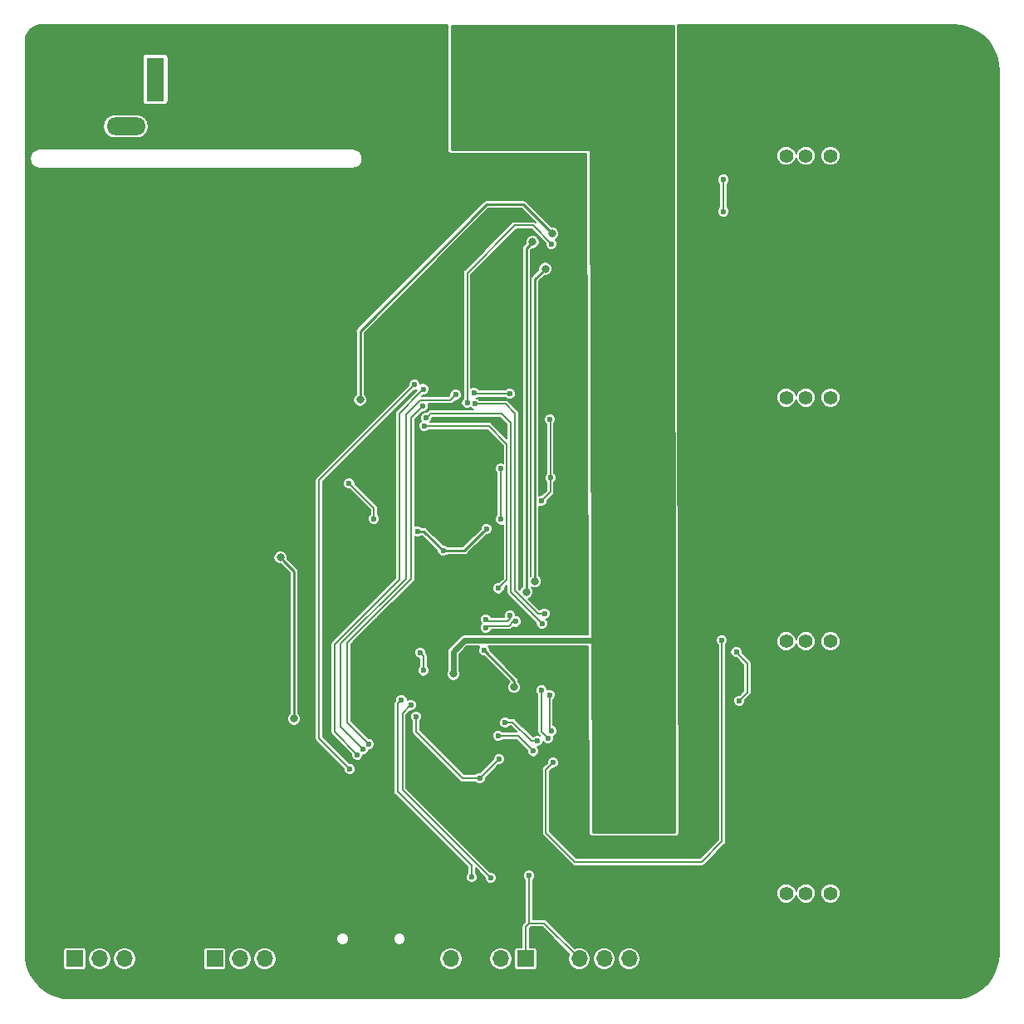
<source format=gbr>
G04 #@! TF.GenerationSoftware,KiCad,Pcbnew,5.0.2-bee76a0~70~ubuntu18.04.1*
G04 #@! TF.CreationDate,2018-12-05T13:48:36+01:00*
G04 #@! TF.ProjectId,usbhub,75736268-7562-42e6-9b69-6361645f7063,rev?*
G04 #@! TF.SameCoordinates,Original*
G04 #@! TF.FileFunction,Copper,L2,Bot*
G04 #@! TF.FilePolarity,Positive*
%FSLAX46Y46*%
G04 Gerber Fmt 4.6, Leading zero omitted, Abs format (unit mm)*
G04 Created by KiCad (PCBNEW 5.0.2-bee76a0~70~ubuntu18.04.1) date 2018-12-05T13:48:36 CET*
%MOMM*%
%LPD*%
G01*
G04 APERTURE LIST*
G04 #@! TA.AperFunction,ComponentPad*
%ADD10O,1.700000X1.700000*%
G04 #@! TD*
G04 #@! TA.AperFunction,ComponentPad*
%ADD11R,1.700000X1.700000*%
G04 #@! TD*
G04 #@! TA.AperFunction,ComponentPad*
%ADD12O,4.000000X1.800000*%
G04 #@! TD*
G04 #@! TA.AperFunction,ComponentPad*
%ADD13O,1.800000X4.000000*%
G04 #@! TD*
G04 #@! TA.AperFunction,ComponentPad*
%ADD14R,1.800000X4.400000*%
G04 #@! TD*
G04 #@! TA.AperFunction,ViaPad*
%ADD15C,0.440000*%
G04 #@! TD*
G04 #@! TA.AperFunction,Conductor*
%ADD16C,0.100000*%
G04 #@! TD*
G04 #@! TA.AperFunction,Conductor*
%ADD17C,4.700000*%
G04 #@! TD*
G04 #@! TA.AperFunction,ViaPad*
%ADD18C,0.500000*%
G04 #@! TD*
G04 #@! TA.AperFunction,ComponentPad*
%ADD19C,1.400000*%
G04 #@! TD*
G04 #@! TA.AperFunction,ComponentPad*
%ADD20C,3.000000*%
G04 #@! TD*
G04 #@! TA.AperFunction,ComponentPad*
%ADD21O,0.900000X2.100000*%
G04 #@! TD*
G04 #@! TA.AperFunction,ComponentPad*
%ADD22O,1.000000X1.600000*%
G04 #@! TD*
G04 #@! TA.AperFunction,ViaPad*
%ADD23C,0.600000*%
G04 #@! TD*
G04 #@! TA.AperFunction,ViaPad*
%ADD24C,0.800000*%
G04 #@! TD*
G04 #@! TA.AperFunction,Conductor*
%ADD25C,0.250000*%
G04 #@! TD*
G04 #@! TA.AperFunction,Conductor*
%ADD26C,0.600000*%
G04 #@! TD*
G04 #@! TA.AperFunction,Conductor*
%ADD27C,0.200000*%
G04 #@! TD*
G04 #@! TA.AperFunction,Conductor*
%ADD28C,0.254000*%
G04 #@! TD*
G04 APERTURE END LIST*
D10*
G04 #@! TO.P,J9,4*
G04 #@! TO.N,/MCU/MCU_SWDCLK*
X143764000Y-145554700D03*
G04 #@! TO.P,J9,3*
G04 #@! TO.N,GND*
X146304000Y-145554700D03*
G04 #@! TO.P,J9,2*
G04 #@! TO.N,/MCU/MCU_SWDIO*
X148844000Y-145554700D03*
D11*
G04 #@! TO.P,J9,1*
G04 #@! TO.N,VDDMCU*
X151384000Y-145554700D03*
G04 #@! TD*
G04 #@! TO.P,J10,1*
G04 #@! TO.N,GND*
X164465000Y-145554700D03*
D10*
G04 #@! TO.P,J10,2*
G04 #@! TO.N,/MCU/UART_TX*
X161925000Y-145554700D03*
G04 #@! TO.P,J10,3*
G04 #@! TO.N,/MCU/UART_RX*
X159385000Y-145554700D03*
G04 #@! TO.P,J10,4*
G04 #@! TO.N,VDDMCU*
X156845000Y-145554700D03*
G04 #@! TD*
D12*
G04 #@! TO.P,J1,3*
G04 #@! TO.N,Net-(J1-Pad3)*
X110626900Y-60705400D03*
D13*
G04 #@! TO.P,J1,2*
G04 #@! TO.N,GND*
X107626900Y-55905400D03*
D14*
G04 #@! TO.P,J1,1*
G04 #@! TO.N,/USB2517/EXT_PWR*
X113626900Y-55905400D03*
G04 #@! TD*
D15*
G04 #@! TO.N,GND*
G04 #@! TO.C,U11*
X142588200Y-122956100D03*
X143468200Y-122956100D03*
X144348200Y-122956100D03*
X145228200Y-122956100D03*
X146108200Y-122956100D03*
X142588200Y-122076100D03*
X143468200Y-122076100D03*
X144348200Y-122076100D03*
X145228200Y-122076100D03*
X146108200Y-122076100D03*
X142588200Y-121196100D03*
X143468200Y-121196100D03*
X144348200Y-121196100D03*
X145228200Y-121196100D03*
X146108200Y-121196100D03*
X142588200Y-120316100D03*
X143468200Y-120316100D03*
X144348200Y-120316100D03*
X145228200Y-120316100D03*
X146108200Y-120316100D03*
X142588200Y-119436100D03*
X143468200Y-119436100D03*
X144348200Y-119436100D03*
X145228200Y-119436100D03*
X146108200Y-119436100D03*
G04 #@! TD*
D10*
G04 #@! TO.P,J3,4*
G04 #@! TO.N,GND*
X113030000Y-145554700D03*
G04 #@! TO.P,J3,3*
G04 #@! TO.N,/USBPorts/PORT6_D+*
X110490000Y-145554700D03*
G04 #@! TO.P,J3,2*
G04 #@! TO.N,/USBPorts/PORT6_D-*
X107950000Y-145554700D03*
D11*
G04 #@! TO.P,J3,1*
G04 #@! TO.N,+5V*
X105410000Y-145554700D03*
G04 #@! TD*
D10*
G04 #@! TO.P,J5,4*
G04 #@! TO.N,GND*
X127317500Y-145554700D03*
G04 #@! TO.P,J5,3*
G04 #@! TO.N,/USBPorts/PORT7_D+*
X124777500Y-145554700D03*
G04 #@! TO.P,J5,2*
G04 #@! TO.N,/USBPorts/PORT7_D-*
X122237500Y-145554700D03*
D11*
G04 #@! TO.P,J5,1*
G04 #@! TO.N,+5V*
X119697500Y-145554700D03*
G04 #@! TD*
D16*
G04 #@! TO.N,GND*
G04 #@! TO.C,U3*
G36*
X145324507Y-94101204D02*
X145348775Y-94104804D01*
X145372573Y-94110765D01*
X145395673Y-94119030D01*
X145417851Y-94129519D01*
X145438894Y-94142132D01*
X145458599Y-94156747D01*
X145476778Y-94173222D01*
X145493253Y-94191401D01*
X145507868Y-94211106D01*
X145520481Y-94232149D01*
X145530970Y-94254327D01*
X145539235Y-94277427D01*
X145545196Y-94301225D01*
X145548796Y-94325493D01*
X145550000Y-94349997D01*
X145550000Y-98550003D01*
X145548796Y-98574507D01*
X145545196Y-98598775D01*
X145539235Y-98622573D01*
X145530970Y-98645673D01*
X145520481Y-98667851D01*
X145507868Y-98688894D01*
X145493253Y-98708599D01*
X145476778Y-98726778D01*
X145458599Y-98743253D01*
X145438894Y-98757868D01*
X145417851Y-98770481D01*
X145395673Y-98780970D01*
X145372573Y-98789235D01*
X145348775Y-98795196D01*
X145324507Y-98798796D01*
X145300003Y-98800000D01*
X141099997Y-98800000D01*
X141075493Y-98798796D01*
X141051225Y-98795196D01*
X141027427Y-98789235D01*
X141004327Y-98780970D01*
X140982149Y-98770481D01*
X140961106Y-98757868D01*
X140941401Y-98743253D01*
X140923222Y-98726778D01*
X140906747Y-98708599D01*
X140892132Y-98688894D01*
X140879519Y-98667851D01*
X140869030Y-98645673D01*
X140860765Y-98622573D01*
X140854804Y-98598775D01*
X140851204Y-98574507D01*
X140850000Y-98550003D01*
X140850000Y-94349997D01*
X140851204Y-94325493D01*
X140854804Y-94301225D01*
X140860765Y-94277427D01*
X140869030Y-94254327D01*
X140879519Y-94232149D01*
X140892132Y-94211106D01*
X140906747Y-94191401D01*
X140923222Y-94173222D01*
X140941401Y-94156747D01*
X140961106Y-94142132D01*
X140982149Y-94129519D01*
X141004327Y-94119030D01*
X141027427Y-94110765D01*
X141051225Y-94104804D01*
X141075493Y-94101204D01*
X141099997Y-94100000D01*
X145300003Y-94100000D01*
X145324507Y-94101204D01*
X145324507Y-94101204D01*
G37*
D17*
X143200000Y-96450000D03*
D18*
X141100000Y-94350000D03*
X142500000Y-94350000D03*
X143900000Y-94350000D03*
X145300000Y-94350000D03*
X141100000Y-95750000D03*
X142500000Y-95750000D03*
X143900000Y-95750000D03*
X145300000Y-95750000D03*
X141100000Y-97150000D03*
X142500000Y-97150000D03*
X143900000Y-97150000D03*
X145300000Y-97150000D03*
X141100000Y-98550000D03*
X142500000Y-98550000D03*
X143900000Y-98550000D03*
X145300000Y-98550000D03*
G04 #@! TD*
D19*
G04 #@! TO.P,J6,4*
G04 #@! TO.N,GND*
X175450000Y-113206700D03*
G04 #@! TO.P,J6,3*
G04 #@! TO.N,/USBPorts/USB3_D+*
X177950000Y-113206700D03*
G04 #@! TO.P,J6,2*
G04 #@! TO.N,/USBPorts/USB3_D-*
X179950000Y-113206700D03*
G04 #@! TO.P,J6,1*
G04 #@! TO.N,/USBPorts/USB3_VBUS*
X182450000Y-113206700D03*
D20*
G04 #@! TO.P,J6,5*
G04 #@! TO.N,GND*
X185400000Y-110806700D03*
X172500000Y-110806700D03*
G04 #@! TD*
D19*
G04 #@! TO.P,J7,4*
G04 #@! TO.N,GND*
X175450000Y-88350000D03*
G04 #@! TO.P,J7,3*
G04 #@! TO.N,/USBPorts/USB4_D+*
X177950000Y-88350000D03*
G04 #@! TO.P,J7,2*
G04 #@! TO.N,/USBPorts/USB4_D-*
X179950000Y-88350000D03*
G04 #@! TO.P,J7,1*
G04 #@! TO.N,/USBPorts/USB4_VBUS*
X182450000Y-88350000D03*
D20*
G04 #@! TO.P,J7,5*
G04 #@! TO.N,GND*
X185400000Y-85950000D03*
X172500000Y-85950000D03*
G04 #@! TD*
D19*
G04 #@! TO.P,J4,4*
G04 #@! TO.N,GND*
X175450000Y-138900000D03*
G04 #@! TO.P,J4,3*
G04 #@! TO.N,/USBPorts/USB2_D+*
X177950000Y-138900000D03*
G04 #@! TO.P,J4,2*
G04 #@! TO.N,/USBPorts/USB2_D-*
X179950000Y-138900000D03*
G04 #@! TO.P,J4,1*
G04 #@! TO.N,/USBPorts/USB2_VBUS*
X182450000Y-138900000D03*
D20*
G04 #@! TO.P,J4,5*
G04 #@! TO.N,GND*
X185400000Y-136500000D03*
X172500000Y-136500000D03*
G04 #@! TD*
D19*
G04 #@! TO.P,J8,4*
G04 #@! TO.N,GND*
X175450000Y-63700000D03*
G04 #@! TO.P,J8,3*
G04 #@! TO.N,/USBPorts/USB5_D+*
X177950000Y-63700000D03*
G04 #@! TO.P,J8,2*
G04 #@! TO.N,/USBPorts/USB5_D-*
X179950000Y-63700000D03*
G04 #@! TO.P,J8,1*
G04 #@! TO.N,/USBPorts/USB5_VBUS*
X182450000Y-63700000D03*
D20*
G04 #@! TO.P,J8,5*
G04 #@! TO.N,GND*
X185400000Y-61300000D03*
X172500000Y-61300000D03*
G04 #@! TD*
D21*
G04 #@! TO.P,J2,S1*
G04 #@! TO.N,GND*
X139943300Y-143028800D03*
X131303300Y-143028800D03*
D22*
X139943300Y-147208800D03*
X131303300Y-147208800D03*
G04 #@! TD*
D23*
G04 #@! TO.N,GND*
X148272500Y-81978500D03*
X153822400Y-81788000D03*
X154376120Y-126746000D03*
X174777400Y-140804900D03*
X175399700Y-73825100D03*
X133946900Y-105384600D03*
X127279400Y-96202498D03*
X128143000Y-94627700D03*
X144297400Y-106692700D03*
X146507200Y-106832400D03*
X140550900Y-81495900D03*
X143002000Y-86677500D03*
X151358600Y-116890800D03*
X136982200Y-101117400D03*
X154513280Y-95026480D03*
X153085800Y-92623640D03*
X160213040Y-134137400D03*
X152892760Y-125572520D03*
X134470322Y-97037066D03*
X147955000Y-90678000D03*
X153670000Y-67183000D03*
X154051000Y-105283000D03*
X149987000Y-114808000D03*
X136271000Y-96266000D03*
D24*
G04 #@! TO.N,VBUS*
X127774700Y-121081800D03*
X126377698Y-104648000D03*
G04 #@! TO.N,+5V*
X145961100Y-57429400D03*
X145961100Y-56600000D03*
X145961100Y-58300000D03*
X145961100Y-59200000D03*
X145961100Y-55700000D03*
X145961100Y-54800000D03*
X145961100Y-53900000D03*
X145961100Y-53000000D03*
X145961100Y-52100000D03*
X145961100Y-60100000D03*
X145961100Y-61000000D03*
X146000000Y-61900000D03*
X144018000Y-116509800D03*
X161988500Y-122428000D03*
X161163000Y-122428000D03*
X161163000Y-123253500D03*
X161988500Y-123253500D03*
X162877500Y-72644000D03*
X162877500Y-73469500D03*
X162052000Y-73469500D03*
X162052000Y-72644000D03*
D23*
G04 #@! TO.N,VDDMCU*
X151726900Y-137096500D03*
X146685000Y-127165100D03*
X148653500Y-125196600D03*
D24*
X150202900Y-117856000D03*
D23*
X147116800Y-114122200D03*
X140208000Y-120871100D03*
G04 #@! TO.N,/MCU/PORT2_PWR*
X135407400Y-123685300D03*
X140906038Y-89234902D03*
G04 #@! TO.N,+3V3*
X142963900Y-103962200D03*
X140360400Y-101989600D03*
X149759910Y-87960200D03*
X135915500Y-100711000D03*
X133388100Y-97104200D03*
X153898600Y-96520000D03*
X152979084Y-98899584D03*
X153860500Y-90571299D03*
X171389042Y-113096040D03*
X154172920Y-125552200D03*
X147368098Y-101717002D03*
X148849080Y-95582719D03*
X148868840Y-100775000D03*
X146114963Y-87863765D03*
G04 #@! TO.N,/MCU/PORT5_PWR*
X140055600Y-87033100D03*
X133442010Y-126238000D03*
G04 #@! TO.N,/MCU/PORT4_PWR*
X134213864Y-124750859D03*
X140944600Y-87490300D03*
G04 #@! TO.N,/MCU/PORT3_PWR*
X134807936Y-124215059D03*
X144233900Y-88074500D03*
D24*
G04 #@! TO.N,/MCU/PORT5_EN*
X151460200Y-108165900D03*
X152082500Y-72491600D03*
D23*
X171551600Y-66141600D03*
X171551600Y-69380100D03*
G04 #@! TO.N,/MCU/PORT2_EN*
X152171400Y-124396500D03*
X148577300Y-122821100D03*
D24*
G04 #@! TO.N,/MCU/PORT4_EN*
X152323800Y-107086400D03*
X153390600Y-75209400D03*
D23*
G04 #@! TO.N,/MCU/PORT3_EN*
X152565100Y-123355100D03*
X149288500Y-121488200D03*
X173151800Y-119253000D03*
X172847000Y-114300000D03*
G04 #@! TO.N,/MCU/VBUSDETECT*
X148628080Y-107797600D03*
X141038328Y-91234967D03*
G04 #@! TO.N,/MCU/USB_MCU_D-*
X147307300Y-110966700D03*
X149788079Y-110583179D03*
G04 #@! TO.N,/MCU/USB_MCU_D+*
X140956700Y-116179600D03*
X140627100Y-114350800D03*
X147307300Y-111816700D03*
X150389121Y-111184221D03*
G04 #@! TO.N,/MCU/MCU_SWDCLK*
X138722102Y-119164100D03*
X145872200Y-137248900D03*
G04 #@! TO.N,/MCU/MCU_SWDIO*
X139656573Y-119692185D03*
X147815300Y-137312400D03*
G04 #@! TO.N,/USBPorts/USB3_OC*
X153809700Y-118656100D03*
X154040840Y-122346720D03*
X153289000Y-110363000D03*
X146207861Y-89006731D03*
G04 #@! TO.N,/USBPorts/USB2_OC*
X153009600Y-118186200D03*
X153657855Y-123081559D03*
X153035000Y-111379000D03*
X141224000Y-90424000D03*
D24*
G04 #@! TO.N,/USBPorts/USB5_OC*
X154101800Y-71628000D03*
X134493000Y-88582500D03*
D23*
G04 #@! TO.N,/USBPorts/USB4_OC*
X153985858Y-72678901D03*
X145415000Y-88900000D03*
G04 #@! TD*
D25*
G04 #@! TO.N,VBUS*
X127774700Y-121081800D02*
X127774700Y-106045002D01*
X127774700Y-106045002D02*
X126777697Y-105047999D01*
X126777697Y-105047999D02*
X126377698Y-104648000D01*
D26*
G04 #@! TO.N,+5V*
X144018000Y-114249200D02*
X145148300Y-113118900D01*
X144018000Y-116509800D02*
X144018000Y-114249200D01*
X145148300Y-113118900D02*
X156883100Y-113118900D01*
X156883100Y-113118900D02*
X161632900Y-113118900D01*
D27*
G04 #@! TO.N,VDDMCU*
X146685000Y-127165100D02*
X148653500Y-125196600D01*
D25*
X150202900Y-117856000D02*
X150202900Y-117208300D01*
X150202900Y-117208300D02*
X147116800Y-114122200D01*
D27*
X140208000Y-121295364D02*
X140208000Y-120871100D01*
X140208000Y-122428000D02*
X140208000Y-121295364D01*
X146685000Y-127165100D02*
X144945100Y-127165100D01*
X144945100Y-127165100D02*
X140208000Y-122428000D01*
X151726900Y-137096500D02*
X151726900Y-141947900D01*
X151384000Y-142290800D02*
X151384000Y-145554700D01*
X151726900Y-141947900D02*
X151384000Y-142290800D01*
X153238200Y-141947900D02*
X156845000Y-145554700D01*
X151726900Y-141947900D02*
X153238200Y-141947900D01*
G04 #@! TO.N,/MCU/PORT2_PWR*
X133573894Y-112966500D02*
X133565900Y-112966500D01*
X140906038Y-89234902D02*
X139712700Y-90428240D01*
X139712700Y-106827694D02*
X133573894Y-112966500D01*
X139712700Y-90428240D02*
X139712700Y-106827694D01*
X135407400Y-123685300D02*
X133210300Y-121488200D01*
X133210300Y-113330094D02*
X133573894Y-112966500D01*
X133210300Y-121488200D02*
X133210300Y-113330094D01*
D25*
G04 #@! TO.N,+3V3*
X140991300Y-101989600D02*
X140360400Y-101989600D01*
X142963900Y-103962200D02*
X140991300Y-101989600D01*
D27*
X135915500Y-100711000D02*
X135915500Y-99631600D01*
X135915500Y-99631600D02*
X133388100Y-97104200D01*
X153898600Y-96520000D02*
X153898600Y-97980068D01*
X153898600Y-97980068D02*
X152979084Y-98899584D01*
X153898600Y-90609399D02*
X153860500Y-90571299D01*
X153898600Y-96520000D02*
X153898600Y-90609399D01*
X169321480Y-135686800D02*
X156403040Y-135686800D01*
X153872921Y-125852199D02*
X154172920Y-125552200D01*
X153438299Y-132722059D02*
X153438299Y-126286821D01*
X153438299Y-126286821D02*
X153872921Y-125852199D01*
X156403040Y-135686800D02*
X153438299Y-132722059D01*
X171389042Y-133619238D02*
X169321480Y-135686800D01*
X171389042Y-113096040D02*
X171389042Y-133619238D01*
D25*
X142963900Y-103962200D02*
X145122900Y-103962200D01*
X145122900Y-103962200D02*
X147068099Y-102017001D01*
X147068099Y-102017001D02*
X147368098Y-101717002D01*
D27*
X148849080Y-95582719D02*
X148849080Y-100755240D01*
X148849080Y-100755240D02*
X148868840Y-100775000D01*
X146211398Y-87960200D02*
X146114963Y-87863765D01*
X149759910Y-87960200D02*
X146211398Y-87960200D01*
G04 #@! TO.N,/MCU/PORT5_PWR*
X130302000Y-96786700D02*
X130302000Y-123097990D01*
X130302000Y-123097990D02*
X133142011Y-125938001D01*
X140055600Y-87033100D02*
X130302000Y-96786700D01*
X133142011Y-125938001D02*
X133442010Y-126238000D01*
G04 #@! TO.N,/MCU/PORT4_PWR*
X140644601Y-87790299D02*
X140944600Y-87490300D01*
X138493500Y-106907500D02*
X138493500Y-89941400D01*
X131908510Y-113492490D02*
X138493500Y-106907500D01*
X138493500Y-89941400D02*
X140644601Y-87790299D01*
X131908510Y-122445505D02*
X131908510Y-113492490D01*
X134213864Y-124750859D02*
X131908510Y-122445505D01*
G04 #@! TO.N,/MCU/PORT3_PWR*
X132518698Y-113448002D02*
X132518698Y-113455998D01*
X132518698Y-121925821D02*
X134807936Y-124215059D01*
X132518698Y-113448002D02*
X132518698Y-121925821D01*
X144233900Y-88074500D02*
X143713200Y-88595200D01*
X143713200Y-88595200D02*
X140657738Y-88595200D01*
X139153900Y-90099038D02*
X139153900Y-106812800D01*
X140657738Y-88595200D02*
X139153900Y-90099038D01*
X139153900Y-106812800D02*
X132518698Y-113448002D01*
D25*
G04 #@! TO.N,/MCU/PORT5_EN*
X151460200Y-73113900D02*
X151682501Y-72891599D01*
X151682501Y-72891599D02*
X152082500Y-72491600D01*
X151460200Y-108165900D02*
X151460200Y-73113900D01*
D27*
X171551600Y-66141600D02*
X171551600Y-66565864D01*
X171551600Y-66565864D02*
X171551600Y-69380100D01*
G04 #@! TO.N,/MCU/PORT2_EN*
X152171400Y-124396500D02*
X150596000Y-122821100D01*
X149001564Y-122821100D02*
X148577300Y-122821100D01*
X150596000Y-122821100D02*
X149001564Y-122821100D01*
D25*
G04 #@! TO.N,/MCU/PORT4_EN*
X152323800Y-107086400D02*
X152323800Y-76276200D01*
X152323800Y-76276200D02*
X153390600Y-75209400D01*
D27*
G04 #@! TO.N,/MCU/PORT3_EN*
X149339300Y-121437400D02*
X149288500Y-121488200D01*
X150063200Y-121437400D02*
X149339300Y-121437400D01*
X152565100Y-123355100D02*
X151980900Y-123355100D01*
X151980900Y-123355100D02*
X150063200Y-121437400D01*
X173146999Y-114599999D02*
X172847000Y-114300000D01*
X173990000Y-115443000D02*
X173146999Y-114599999D01*
X173151800Y-119253000D02*
X173990000Y-118414800D01*
X173990000Y-118414800D02*
X173990000Y-115443000D01*
G04 #@! TO.N,/MCU/VBUSDETECT*
X148628080Y-107797600D02*
X149468840Y-106956840D01*
X147622967Y-91234967D02*
X141462592Y-91234967D01*
X141462592Y-91234967D02*
X141038328Y-91234967D01*
X149468840Y-93080840D02*
X147622967Y-91234967D01*
X149468840Y-106956840D02*
X149468840Y-93080840D01*
G04 #@! TO.N,/MCU/USB_MCU_D-*
X149487401Y-111166700D02*
X149788079Y-110866022D01*
X147507300Y-111166700D02*
X149487401Y-111166700D01*
X147307300Y-110966700D02*
X147507300Y-111166700D01*
X149788079Y-110866022D02*
X149788079Y-110583179D01*
G04 #@! TO.N,/MCU/USB_MCU_D+*
X140956700Y-116179600D02*
X140956700Y-114680400D01*
X140956700Y-114680400D02*
X140627100Y-114350800D01*
X150106278Y-111184221D02*
X150389121Y-111184221D01*
X149673799Y-111616700D02*
X150106278Y-111184221D01*
X147307300Y-111816700D02*
X147507300Y-111616700D01*
X147507300Y-111616700D02*
X149673799Y-111616700D01*
G04 #@! TO.N,/MCU/MCU_SWDCLK*
X145872200Y-136067800D02*
X145872200Y-137248900D01*
X138322103Y-128517703D02*
X145872200Y-136067800D01*
X138722102Y-119164100D02*
X138322103Y-119564099D01*
X138322103Y-119564099D02*
X138322103Y-128517703D01*
G04 #@! TO.N,/MCU/MCU_SWDIO*
X138811000Y-128308100D02*
X147815300Y-137312400D01*
X138811000Y-120523000D02*
X138811000Y-128308100D01*
X139656573Y-119692185D02*
X139641815Y-119692185D01*
X139641815Y-119692185D02*
X138811000Y-120523000D01*
G04 #@! TO.N,/USBPorts/USB3_OC*
X153809700Y-118656100D02*
X153809700Y-122115580D01*
X153809700Y-122115580D02*
X154040840Y-122346720D01*
X146632125Y-89006731D02*
X146207861Y-89006731D01*
X149331731Y-89006731D02*
X146632125Y-89006731D01*
X150304500Y-89979500D02*
X149331731Y-89006731D01*
X150304500Y-108056764D02*
X150304500Y-89979500D01*
X152610736Y-110363000D02*
X150304500Y-108056764D01*
X153289000Y-110363000D02*
X152610736Y-110363000D01*
G04 #@! TO.N,/USBPorts/USB2_OC*
X153009600Y-122433304D02*
X153357856Y-122781560D01*
X153357856Y-122781560D02*
X153657855Y-123081559D01*
X153009600Y-118186200D02*
X153009600Y-122433304D01*
X149868851Y-90940851D02*
X148925001Y-89997001D01*
X153035000Y-111379000D02*
X149868851Y-108212851D01*
X149868851Y-108212851D02*
X149868851Y-90940851D01*
X148925001Y-89997001D02*
X141650999Y-89997001D01*
X141650999Y-89997001D02*
X141523999Y-90124001D01*
X141523999Y-90124001D02*
X141224000Y-90424000D01*
D25*
G04 #@! TO.N,/USBPorts/USB5_OC*
X134493000Y-81622900D02*
X134493000Y-88016815D01*
X134493000Y-88016815D02*
X134493000Y-88582500D01*
X147434300Y-68681600D02*
X134493000Y-81622900D01*
X154101800Y-71628000D02*
X151155400Y-68681600D01*
X151155400Y-68681600D02*
X147434300Y-68681600D01*
D27*
G04 #@! TO.N,/USBPorts/USB4_OC*
X145415000Y-88475736D02*
X145415000Y-88900000D01*
X145415000Y-75641200D02*
X145415000Y-88475736D01*
X150253700Y-70802500D02*
X145415000Y-75641200D01*
X153985858Y-72678901D02*
X152109457Y-70802500D01*
X152109457Y-70802500D02*
X150253700Y-70802500D01*
G04 #@! TD*
D28*
G04 #@! TO.N,+5V*
G36*
X166579638Y-132656079D02*
X158212889Y-132615553D01*
X158016753Y-63143471D01*
X158006949Y-63094898D01*
X157979303Y-63053774D01*
X157938023Y-63026361D01*
X157889699Y-63016830D01*
X143827484Y-63022945D01*
X143875472Y-50402000D01*
X166414719Y-50402000D01*
X166579638Y-132656079D01*
X166579638Y-132656079D01*
G37*
X166579638Y-132656079D02*
X158212889Y-132615553D01*
X158016753Y-63143471D01*
X158006949Y-63094898D01*
X157979303Y-63053774D01*
X157938023Y-63026361D01*
X157889699Y-63016830D01*
X143827484Y-63022945D01*
X143875472Y-50402000D01*
X166414719Y-50402000D01*
X166579638Y-132656079D01*
D27*
G04 #@! TO.N,GND*
G36*
X143400002Y-63148859D02*
X143422886Y-63264926D01*
X143487960Y-63362224D01*
X143585315Y-63427214D01*
X143700130Y-63450000D01*
X157590600Y-63443960D01*
X157729150Y-112518900D01*
X145207388Y-112518900D01*
X145148300Y-112507147D01*
X145089212Y-112518900D01*
X145089209Y-112518900D01*
X144914192Y-112553713D01*
X144765819Y-112652852D01*
X144765816Y-112652855D01*
X144715725Y-112686325D01*
X144682255Y-112736416D01*
X143635519Y-113783154D01*
X143585426Y-113816625D01*
X143551954Y-113866719D01*
X143551953Y-113866720D01*
X143452814Y-114015092D01*
X143406247Y-114249200D01*
X143418001Y-114308291D01*
X143418000Y-116129138D01*
X143318000Y-116370561D01*
X143318000Y-116649039D01*
X143424568Y-116906318D01*
X143621482Y-117103232D01*
X143878761Y-117209800D01*
X144157239Y-117209800D01*
X144414518Y-117103232D01*
X144611432Y-116906318D01*
X144718000Y-116649039D01*
X144718000Y-116370561D01*
X144618000Y-116129139D01*
X144618000Y-114497727D01*
X145396829Y-113718900D01*
X146671571Y-113718900D01*
X146608144Y-113782327D01*
X146516800Y-114002853D01*
X146516800Y-114241547D01*
X146608144Y-114462073D01*
X146776927Y-114630856D01*
X146997453Y-114722200D01*
X147115760Y-114722200D01*
X149731255Y-117337695D01*
X149609468Y-117459482D01*
X149502900Y-117716761D01*
X149502900Y-117995239D01*
X149609468Y-118252518D01*
X149806382Y-118449432D01*
X150063661Y-118556000D01*
X150342139Y-118556000D01*
X150599418Y-118449432D01*
X150796332Y-118252518D01*
X150902900Y-117995239D01*
X150902900Y-117716761D01*
X150796332Y-117459482D01*
X150627900Y-117291050D01*
X150627900Y-117250155D01*
X150636226Y-117208299D01*
X150618971Y-117121554D01*
X150603241Y-117042473D01*
X150509308Y-116901892D01*
X150473822Y-116878181D01*
X147716800Y-114121160D01*
X147716800Y-114002853D01*
X147625456Y-113782327D01*
X147562029Y-113718900D01*
X157732538Y-113718900D01*
X157786247Y-132742789D01*
X157808529Y-132855403D01*
X157873089Y-132953044D01*
X157970100Y-133018547D01*
X158084793Y-133041938D01*
X166705441Y-133083693D01*
X166822255Y-133060630D01*
X166919451Y-132995403D01*
X166984287Y-132897946D01*
X167006893Y-132783096D01*
X166917407Y-88151088D01*
X176950000Y-88151088D01*
X176950000Y-88548912D01*
X177102241Y-88916454D01*
X177383546Y-89197759D01*
X177751088Y-89350000D01*
X178148912Y-89350000D01*
X178516454Y-89197759D01*
X178797759Y-88916454D01*
X178950000Y-88548912D01*
X179102241Y-88916454D01*
X179383546Y-89197759D01*
X179751088Y-89350000D01*
X180148912Y-89350000D01*
X180516454Y-89197759D01*
X180797759Y-88916454D01*
X180950000Y-88548912D01*
X180950000Y-88151088D01*
X181450000Y-88151088D01*
X181450000Y-88548912D01*
X181602241Y-88916454D01*
X181883546Y-89197759D01*
X182251088Y-89350000D01*
X182648912Y-89350000D01*
X183016454Y-89197759D01*
X183297759Y-88916454D01*
X183450000Y-88548912D01*
X183450000Y-88151088D01*
X183297759Y-87783546D01*
X183016454Y-87502241D01*
X182648912Y-87350000D01*
X182251088Y-87350000D01*
X181883546Y-87502241D01*
X181602241Y-87783546D01*
X181450000Y-88151088D01*
X180950000Y-88151088D01*
X180797759Y-87783546D01*
X180516454Y-87502241D01*
X180148912Y-87350000D01*
X179751088Y-87350000D01*
X179383546Y-87502241D01*
X179102241Y-87783546D01*
X178950000Y-88151088D01*
X178797759Y-87783546D01*
X178516454Y-87502241D01*
X178148912Y-87350000D01*
X177751088Y-87350000D01*
X177383546Y-87502241D01*
X177102241Y-87783546D01*
X176950000Y-88151088D01*
X166917407Y-88151088D01*
X166873039Y-66022253D01*
X170951600Y-66022253D01*
X170951600Y-66260947D01*
X171042944Y-66481473D01*
X171151600Y-66590129D01*
X171151601Y-68931570D01*
X171042944Y-69040227D01*
X170951600Y-69260753D01*
X170951600Y-69499447D01*
X171042944Y-69719973D01*
X171211727Y-69888756D01*
X171432253Y-69980100D01*
X171670947Y-69980100D01*
X171891473Y-69888756D01*
X172060256Y-69719973D01*
X172151600Y-69499447D01*
X172151600Y-69260753D01*
X172060256Y-69040227D01*
X171951600Y-68931571D01*
X171951600Y-66590129D01*
X172060256Y-66481473D01*
X172151600Y-66260947D01*
X172151600Y-66022253D01*
X172060256Y-65801727D01*
X171891473Y-65632944D01*
X171670947Y-65541600D01*
X171432253Y-65541600D01*
X171211727Y-65632944D01*
X171042944Y-65801727D01*
X170951600Y-66022253D01*
X166873039Y-66022253D01*
X166867985Y-63501088D01*
X176950000Y-63501088D01*
X176950000Y-63898912D01*
X177102241Y-64266454D01*
X177383546Y-64547759D01*
X177751088Y-64700000D01*
X178148912Y-64700000D01*
X178516454Y-64547759D01*
X178797759Y-64266454D01*
X178950000Y-63898912D01*
X179102241Y-64266454D01*
X179383546Y-64547759D01*
X179751088Y-64700000D01*
X180148912Y-64700000D01*
X180516454Y-64547759D01*
X180797759Y-64266454D01*
X180950000Y-63898912D01*
X180950000Y-63501088D01*
X181450000Y-63501088D01*
X181450000Y-63898912D01*
X181602241Y-64266454D01*
X181883546Y-64547759D01*
X182251088Y-64700000D01*
X182648912Y-64700000D01*
X183016454Y-64547759D01*
X183297759Y-64266454D01*
X183450000Y-63898912D01*
X183450000Y-63501088D01*
X183297759Y-63133546D01*
X183016454Y-62852241D01*
X182648912Y-62700000D01*
X182251088Y-62700000D01*
X181883546Y-62852241D01*
X181602241Y-63133546D01*
X181450000Y-63501088D01*
X180950000Y-63501088D01*
X180797759Y-63133546D01*
X180516454Y-62852241D01*
X180148912Y-62700000D01*
X179751088Y-62700000D01*
X179383546Y-62852241D01*
X179102241Y-63133546D01*
X178950000Y-63501088D01*
X178797759Y-63133546D01*
X178516454Y-62852241D01*
X178148912Y-62700000D01*
X177751088Y-62700000D01*
X177383546Y-62852241D01*
X177102241Y-63133546D01*
X176950000Y-63501088D01*
X166867985Y-63501088D01*
X166841666Y-50375000D01*
X194983304Y-50375000D01*
X195818752Y-50449562D01*
X196611628Y-50666468D01*
X197353558Y-51020351D01*
X198021098Y-51500027D01*
X198593140Y-52090329D01*
X199051613Y-52772609D01*
X199382016Y-53525289D01*
X199574603Y-54327470D01*
X199625000Y-55013751D01*
X199625001Y-144983293D01*
X199550438Y-145818752D01*
X199333533Y-146611622D01*
X198979649Y-147353558D01*
X198499973Y-148021098D01*
X197909671Y-148593140D01*
X197227391Y-149051613D01*
X196474714Y-149382015D01*
X195672530Y-149574603D01*
X194986249Y-149625000D01*
X105016696Y-149625000D01*
X104181248Y-149550438D01*
X103388378Y-149333533D01*
X102646442Y-148979649D01*
X101978902Y-148499973D01*
X101406860Y-147909671D01*
X100948387Y-147227391D01*
X100617985Y-146474714D01*
X100425397Y-145672530D01*
X100375000Y-144986249D01*
X100375000Y-144704700D01*
X104254123Y-144704700D01*
X104254123Y-146404700D01*
X104277407Y-146521754D01*
X104343712Y-146620988D01*
X104442946Y-146687293D01*
X104560000Y-146710577D01*
X106260000Y-146710577D01*
X106377054Y-146687293D01*
X106476288Y-146620988D01*
X106542593Y-146521754D01*
X106565877Y-146404700D01*
X106565877Y-145554700D01*
X106777471Y-145554700D01*
X106866724Y-146003407D01*
X107120897Y-146383803D01*
X107501293Y-146637976D01*
X107836739Y-146704700D01*
X108063261Y-146704700D01*
X108398707Y-146637976D01*
X108779103Y-146383803D01*
X109033276Y-146003407D01*
X109122529Y-145554700D01*
X109317471Y-145554700D01*
X109406724Y-146003407D01*
X109660897Y-146383803D01*
X110041293Y-146637976D01*
X110376739Y-146704700D01*
X110603261Y-146704700D01*
X110938707Y-146637976D01*
X111319103Y-146383803D01*
X111573276Y-146003407D01*
X111662529Y-145554700D01*
X111573276Y-145105993D01*
X111319103Y-144725597D01*
X111287829Y-144704700D01*
X118541623Y-144704700D01*
X118541623Y-146404700D01*
X118564907Y-146521754D01*
X118631212Y-146620988D01*
X118730446Y-146687293D01*
X118847500Y-146710577D01*
X120547500Y-146710577D01*
X120664554Y-146687293D01*
X120763788Y-146620988D01*
X120830093Y-146521754D01*
X120853377Y-146404700D01*
X120853377Y-145554700D01*
X121064971Y-145554700D01*
X121154224Y-146003407D01*
X121408397Y-146383803D01*
X121788793Y-146637976D01*
X122124239Y-146704700D01*
X122350761Y-146704700D01*
X122686207Y-146637976D01*
X123066603Y-146383803D01*
X123320776Y-146003407D01*
X123410029Y-145554700D01*
X123604971Y-145554700D01*
X123694224Y-146003407D01*
X123948397Y-146383803D01*
X124328793Y-146637976D01*
X124664239Y-146704700D01*
X124890761Y-146704700D01*
X125226207Y-146637976D01*
X125606603Y-146383803D01*
X125860776Y-146003407D01*
X125950029Y-145554700D01*
X142591471Y-145554700D01*
X142680724Y-146003407D01*
X142934897Y-146383803D01*
X143315293Y-146637976D01*
X143650739Y-146704700D01*
X143877261Y-146704700D01*
X144212707Y-146637976D01*
X144593103Y-146383803D01*
X144847276Y-146003407D01*
X144936529Y-145554700D01*
X147671471Y-145554700D01*
X147760724Y-146003407D01*
X148014897Y-146383803D01*
X148395293Y-146637976D01*
X148730739Y-146704700D01*
X148957261Y-146704700D01*
X149292707Y-146637976D01*
X149673103Y-146383803D01*
X149927276Y-146003407D01*
X150016529Y-145554700D01*
X149927276Y-145105993D01*
X149673103Y-144725597D01*
X149641829Y-144704700D01*
X150228123Y-144704700D01*
X150228123Y-146404700D01*
X150251407Y-146521754D01*
X150317712Y-146620988D01*
X150416946Y-146687293D01*
X150534000Y-146710577D01*
X152234000Y-146710577D01*
X152351054Y-146687293D01*
X152450288Y-146620988D01*
X152516593Y-146521754D01*
X152539877Y-146404700D01*
X152539877Y-144704700D01*
X152516593Y-144587646D01*
X152450288Y-144488412D01*
X152351054Y-144422107D01*
X152234000Y-144398823D01*
X151784000Y-144398823D01*
X151784000Y-142456484D01*
X151892585Y-142347900D01*
X153072516Y-142347900D01*
X155789315Y-145064700D01*
X155761724Y-145105993D01*
X155672471Y-145554700D01*
X155761724Y-146003407D01*
X156015897Y-146383803D01*
X156396293Y-146637976D01*
X156731739Y-146704700D01*
X156958261Y-146704700D01*
X157293707Y-146637976D01*
X157674103Y-146383803D01*
X157928276Y-146003407D01*
X158017529Y-145554700D01*
X158212471Y-145554700D01*
X158301724Y-146003407D01*
X158555897Y-146383803D01*
X158936293Y-146637976D01*
X159271739Y-146704700D01*
X159498261Y-146704700D01*
X159833707Y-146637976D01*
X160214103Y-146383803D01*
X160468276Y-146003407D01*
X160557529Y-145554700D01*
X160752471Y-145554700D01*
X160841724Y-146003407D01*
X161095897Y-146383803D01*
X161476293Y-146637976D01*
X161811739Y-146704700D01*
X162038261Y-146704700D01*
X162373707Y-146637976D01*
X162754103Y-146383803D01*
X163008276Y-146003407D01*
X163097529Y-145554700D01*
X163008276Y-145105993D01*
X162754103Y-144725597D01*
X162373707Y-144471424D01*
X162038261Y-144404700D01*
X161811739Y-144404700D01*
X161476293Y-144471424D01*
X161095897Y-144725597D01*
X160841724Y-145105993D01*
X160752471Y-145554700D01*
X160557529Y-145554700D01*
X160468276Y-145105993D01*
X160214103Y-144725597D01*
X159833707Y-144471424D01*
X159498261Y-144404700D01*
X159271739Y-144404700D01*
X158936293Y-144471424D01*
X158555897Y-144725597D01*
X158301724Y-145105993D01*
X158212471Y-145554700D01*
X158017529Y-145554700D01*
X157928276Y-145105993D01*
X157674103Y-144725597D01*
X157293707Y-144471424D01*
X156958261Y-144404700D01*
X156731739Y-144404700D01*
X156396293Y-144471424D01*
X156355000Y-144499015D01*
X153548903Y-141692919D01*
X153526584Y-141659516D01*
X153394272Y-141571109D01*
X153277594Y-141547900D01*
X153238200Y-141540064D01*
X153198806Y-141547900D01*
X152126900Y-141547900D01*
X152126900Y-138701088D01*
X176950000Y-138701088D01*
X176950000Y-139098912D01*
X177102241Y-139466454D01*
X177383546Y-139747759D01*
X177751088Y-139900000D01*
X178148912Y-139900000D01*
X178516454Y-139747759D01*
X178797759Y-139466454D01*
X178950000Y-139098912D01*
X179102241Y-139466454D01*
X179383546Y-139747759D01*
X179751088Y-139900000D01*
X180148912Y-139900000D01*
X180516454Y-139747759D01*
X180797759Y-139466454D01*
X180950000Y-139098912D01*
X180950000Y-138701088D01*
X181450000Y-138701088D01*
X181450000Y-139098912D01*
X181602241Y-139466454D01*
X181883546Y-139747759D01*
X182251088Y-139900000D01*
X182648912Y-139900000D01*
X183016454Y-139747759D01*
X183297759Y-139466454D01*
X183450000Y-139098912D01*
X183450000Y-138701088D01*
X183297759Y-138333546D01*
X183016454Y-138052241D01*
X182648912Y-137900000D01*
X182251088Y-137900000D01*
X181883546Y-138052241D01*
X181602241Y-138333546D01*
X181450000Y-138701088D01*
X180950000Y-138701088D01*
X180797759Y-138333546D01*
X180516454Y-138052241D01*
X180148912Y-137900000D01*
X179751088Y-137900000D01*
X179383546Y-138052241D01*
X179102241Y-138333546D01*
X178950000Y-138701088D01*
X178797759Y-138333546D01*
X178516454Y-138052241D01*
X178148912Y-137900000D01*
X177751088Y-137900000D01*
X177383546Y-138052241D01*
X177102241Y-138333546D01*
X176950000Y-138701088D01*
X152126900Y-138701088D01*
X152126900Y-137545029D01*
X152235556Y-137436373D01*
X152326900Y-137215847D01*
X152326900Y-136977153D01*
X152235556Y-136756627D01*
X152066773Y-136587844D01*
X151846247Y-136496500D01*
X151607553Y-136496500D01*
X151387027Y-136587844D01*
X151218244Y-136756627D01*
X151126900Y-136977153D01*
X151126900Y-137215847D01*
X151218244Y-137436373D01*
X151326900Y-137545029D01*
X151326901Y-141782214D01*
X151129018Y-141980098D01*
X151095616Y-142002416D01*
X151027760Y-142103972D01*
X151007209Y-142134729D01*
X150976164Y-142290800D01*
X150984000Y-142330194D01*
X150984001Y-144398823D01*
X150534000Y-144398823D01*
X150416946Y-144422107D01*
X150317712Y-144488412D01*
X150251407Y-144587646D01*
X150228123Y-144704700D01*
X149641829Y-144704700D01*
X149292707Y-144471424D01*
X148957261Y-144404700D01*
X148730739Y-144404700D01*
X148395293Y-144471424D01*
X148014897Y-144725597D01*
X147760724Y-145105993D01*
X147671471Y-145554700D01*
X144936529Y-145554700D01*
X144847276Y-145105993D01*
X144593103Y-144725597D01*
X144212707Y-144471424D01*
X143877261Y-144404700D01*
X143650739Y-144404700D01*
X143315293Y-144471424D01*
X142934897Y-144725597D01*
X142680724Y-145105993D01*
X142591471Y-145554700D01*
X125950029Y-145554700D01*
X125860776Y-145105993D01*
X125606603Y-144725597D01*
X125226207Y-144471424D01*
X124890761Y-144404700D01*
X124664239Y-144404700D01*
X124328793Y-144471424D01*
X123948397Y-144725597D01*
X123694224Y-145105993D01*
X123604971Y-145554700D01*
X123410029Y-145554700D01*
X123320776Y-145105993D01*
X123066603Y-144725597D01*
X122686207Y-144471424D01*
X122350761Y-144404700D01*
X122124239Y-144404700D01*
X121788793Y-144471424D01*
X121408397Y-144725597D01*
X121154224Y-145105993D01*
X121064971Y-145554700D01*
X120853377Y-145554700D01*
X120853377Y-144704700D01*
X120830093Y-144587646D01*
X120763788Y-144488412D01*
X120664554Y-144422107D01*
X120547500Y-144398823D01*
X118847500Y-144398823D01*
X118730446Y-144422107D01*
X118631212Y-144488412D01*
X118564907Y-144587646D01*
X118541623Y-144704700D01*
X111287829Y-144704700D01*
X110938707Y-144471424D01*
X110603261Y-144404700D01*
X110376739Y-144404700D01*
X110041293Y-144471424D01*
X109660897Y-144725597D01*
X109406724Y-145105993D01*
X109317471Y-145554700D01*
X109122529Y-145554700D01*
X109033276Y-145105993D01*
X108779103Y-144725597D01*
X108398707Y-144471424D01*
X108063261Y-144404700D01*
X107836739Y-144404700D01*
X107501293Y-144471424D01*
X107120897Y-144725597D01*
X106866724Y-145105993D01*
X106777471Y-145554700D01*
X106565877Y-145554700D01*
X106565877Y-144704700D01*
X106542593Y-144587646D01*
X106476288Y-144488412D01*
X106377054Y-144422107D01*
X106260000Y-144398823D01*
X104560000Y-144398823D01*
X104442946Y-144422107D01*
X104343712Y-144488412D01*
X104277407Y-144587646D01*
X104254123Y-144704700D01*
X100375000Y-144704700D01*
X100375000Y-143404480D01*
X132108300Y-143404480D01*
X132108300Y-143653120D01*
X132203451Y-143882834D01*
X132379266Y-144058649D01*
X132608980Y-144153800D01*
X132857620Y-144153800D01*
X133087334Y-144058649D01*
X133263149Y-143882834D01*
X133358300Y-143653120D01*
X133358300Y-143404480D01*
X137888300Y-143404480D01*
X137888300Y-143653120D01*
X137983451Y-143882834D01*
X138159266Y-144058649D01*
X138388980Y-144153800D01*
X138637620Y-144153800D01*
X138867334Y-144058649D01*
X139043149Y-143882834D01*
X139138300Y-143653120D01*
X139138300Y-143404480D01*
X139043149Y-143174766D01*
X138867334Y-142998951D01*
X138637620Y-142903800D01*
X138388980Y-142903800D01*
X138159266Y-142998951D01*
X137983451Y-143174766D01*
X137888300Y-143404480D01*
X133358300Y-143404480D01*
X133263149Y-143174766D01*
X133087334Y-142998951D01*
X132857620Y-142903800D01*
X132608980Y-142903800D01*
X132379266Y-142998951D01*
X132203451Y-143174766D01*
X132108300Y-143404480D01*
X100375000Y-143404480D01*
X100375000Y-104508761D01*
X125677698Y-104508761D01*
X125677698Y-104787239D01*
X125784266Y-105044518D01*
X125981180Y-105241432D01*
X126238459Y-105348000D01*
X126476657Y-105348000D01*
X126506774Y-105378117D01*
X126506777Y-105378119D01*
X127349701Y-106221044D01*
X127349700Y-120516850D01*
X127181268Y-120685282D01*
X127074700Y-120942561D01*
X127074700Y-121221039D01*
X127181268Y-121478318D01*
X127378182Y-121675232D01*
X127635461Y-121781800D01*
X127913939Y-121781800D01*
X128171218Y-121675232D01*
X128368132Y-121478318D01*
X128474700Y-121221039D01*
X128474700Y-120942561D01*
X128368132Y-120685282D01*
X128199700Y-120516850D01*
X128199700Y-106086859D01*
X128208026Y-106045001D01*
X128175041Y-105879175D01*
X128104818Y-105774079D01*
X128081108Y-105738594D01*
X128045622Y-105714883D01*
X127107817Y-104777079D01*
X127107815Y-104777076D01*
X127077698Y-104746959D01*
X127077698Y-104508761D01*
X126971130Y-104251482D01*
X126774216Y-104054568D01*
X126516937Y-103948000D01*
X126238459Y-103948000D01*
X125981180Y-104054568D01*
X125784266Y-104251482D01*
X125677698Y-104508761D01*
X100375000Y-104508761D01*
X100375000Y-96786700D01*
X129894164Y-96786700D01*
X129902000Y-96826094D01*
X129902001Y-123058591D01*
X129894164Y-123097990D01*
X129925209Y-123254061D01*
X129925210Y-123254062D01*
X130013617Y-123386374D01*
X130047017Y-123408691D01*
X132842010Y-126203685D01*
X132842010Y-126357347D01*
X132933354Y-126577873D01*
X133102137Y-126746656D01*
X133322663Y-126838000D01*
X133561357Y-126838000D01*
X133781883Y-126746656D01*
X133950666Y-126577873D01*
X134042010Y-126357347D01*
X134042010Y-126118653D01*
X133950666Y-125898127D01*
X133781883Y-125729344D01*
X133561357Y-125638000D01*
X133407695Y-125638000D01*
X130702000Y-122932306D01*
X130702000Y-96984853D01*
X132788100Y-96984853D01*
X132788100Y-97223547D01*
X132879444Y-97444073D01*
X133048227Y-97612856D01*
X133268753Y-97704200D01*
X133422416Y-97704200D01*
X135515501Y-99797287D01*
X135515500Y-100262471D01*
X135406844Y-100371127D01*
X135315500Y-100591653D01*
X135315500Y-100830347D01*
X135406844Y-101050873D01*
X135575627Y-101219656D01*
X135796153Y-101311000D01*
X136034847Y-101311000D01*
X136255373Y-101219656D01*
X136424156Y-101050873D01*
X136515500Y-100830347D01*
X136515500Y-100591653D01*
X136424156Y-100371127D01*
X136315500Y-100262471D01*
X136315500Y-99670992D01*
X136323336Y-99631599D01*
X136315500Y-99592206D01*
X136292291Y-99475528D01*
X136203884Y-99343216D01*
X136170487Y-99320901D01*
X133988100Y-97138516D01*
X133988100Y-96984853D01*
X133896756Y-96764327D01*
X133727973Y-96595544D01*
X133507447Y-96504200D01*
X133268753Y-96504200D01*
X133048227Y-96595544D01*
X132879444Y-96764327D01*
X132788100Y-96984853D01*
X130702000Y-96984853D01*
X130702000Y-96952384D01*
X140021286Y-87633100D01*
X140174947Y-87633100D01*
X140279365Y-87589849D01*
X138238517Y-89630699D01*
X138205117Y-89653016D01*
X138142179Y-89747210D01*
X138116709Y-89785329D01*
X138085664Y-89941400D01*
X138093501Y-89980799D01*
X138093500Y-106741814D01*
X131653527Y-113181789D01*
X131620127Y-113204106D01*
X131561446Y-113291930D01*
X131531719Y-113336419D01*
X131500674Y-113492490D01*
X131508511Y-113531889D01*
X131508510Y-122406111D01*
X131500674Y-122445505D01*
X131528237Y-122584071D01*
X131531719Y-122601576D01*
X131620126Y-122733889D01*
X131653529Y-122756208D01*
X133613864Y-124716544D01*
X133613864Y-124870206D01*
X133705208Y-125090732D01*
X133873991Y-125259515D01*
X134094517Y-125350859D01*
X134333211Y-125350859D01*
X134553737Y-125259515D01*
X134722520Y-125090732D01*
X134813864Y-124870206D01*
X134813864Y-124815059D01*
X134927283Y-124815059D01*
X135147809Y-124723715D01*
X135316592Y-124554932D01*
X135407936Y-124334406D01*
X135407936Y-124285300D01*
X135526747Y-124285300D01*
X135747273Y-124193956D01*
X135916056Y-124025173D01*
X136007400Y-123804647D01*
X136007400Y-123565953D01*
X135916056Y-123345427D01*
X135747273Y-123176644D01*
X135526747Y-123085300D01*
X135373085Y-123085300D01*
X133610300Y-121322516D01*
X133610300Y-119564099D01*
X137914267Y-119564099D01*
X137922103Y-119603493D01*
X137922104Y-128478304D01*
X137914267Y-128517703D01*
X137945312Y-128673774D01*
X137945313Y-128673775D01*
X138033720Y-128806087D01*
X138067120Y-128828404D01*
X145472200Y-136233485D01*
X145472201Y-136800370D01*
X145363544Y-136909027D01*
X145272200Y-137129553D01*
X145272200Y-137368247D01*
X145363544Y-137588773D01*
X145532327Y-137757556D01*
X145752853Y-137848900D01*
X145991547Y-137848900D01*
X146212073Y-137757556D01*
X146380856Y-137588773D01*
X146472200Y-137368247D01*
X146472200Y-137129553D01*
X146380856Y-136909027D01*
X146272200Y-136800371D01*
X146272200Y-136334986D01*
X147215300Y-137278086D01*
X147215300Y-137431747D01*
X147306644Y-137652273D01*
X147475427Y-137821056D01*
X147695953Y-137912400D01*
X147934647Y-137912400D01*
X148155173Y-137821056D01*
X148323956Y-137652273D01*
X148415300Y-137431747D01*
X148415300Y-137193053D01*
X148323956Y-136972527D01*
X148155173Y-136803744D01*
X147934647Y-136712400D01*
X147780986Y-136712400D01*
X139211000Y-128142416D01*
X139211000Y-120751753D01*
X139608000Y-120751753D01*
X139608000Y-120990447D01*
X139699344Y-121210973D01*
X139808000Y-121319629D01*
X139808000Y-121334757D01*
X139808001Y-121334762D01*
X139808000Y-122388606D01*
X139800164Y-122428000D01*
X139808000Y-122467393D01*
X139831209Y-122584071D01*
X139919616Y-122716384D01*
X139953019Y-122738703D01*
X144634399Y-127420084D01*
X144656716Y-127453484D01*
X144789028Y-127541891D01*
X144905706Y-127565100D01*
X144905707Y-127565100D01*
X144945099Y-127572936D01*
X144984492Y-127565100D01*
X146236471Y-127565100D01*
X146345127Y-127673756D01*
X146565653Y-127765100D01*
X146804347Y-127765100D01*
X147024873Y-127673756D01*
X147193656Y-127504973D01*
X147285000Y-127284447D01*
X147285000Y-127130784D01*
X148128964Y-126286821D01*
X153030463Y-126286821D01*
X153038300Y-126326220D01*
X153038299Y-132682665D01*
X153030463Y-132722059D01*
X153038299Y-132761452D01*
X153061508Y-132878130D01*
X153149915Y-133010443D01*
X153183318Y-133032762D01*
X156092339Y-135941784D01*
X156114656Y-135975184D01*
X156246968Y-136063591D01*
X156403040Y-136094636D01*
X156442434Y-136086800D01*
X169282086Y-136086800D01*
X169321480Y-136094636D01*
X169360874Y-136086800D01*
X169477552Y-136063591D01*
X169609864Y-135975184D01*
X169632183Y-135941781D01*
X171644029Y-133929937D01*
X171677426Y-133907622D01*
X171765833Y-133775310D01*
X171789042Y-133658632D01*
X171796878Y-133619239D01*
X171789042Y-133579846D01*
X171789042Y-114180653D01*
X172247000Y-114180653D01*
X172247000Y-114419347D01*
X172338344Y-114639873D01*
X172507127Y-114808656D01*
X172727653Y-114900000D01*
X172881315Y-114900000D01*
X172892012Y-114910697D01*
X172892015Y-114910699D01*
X173590001Y-115608687D01*
X173590000Y-118249115D01*
X173186116Y-118653000D01*
X173032453Y-118653000D01*
X172811927Y-118744344D01*
X172643144Y-118913127D01*
X172551800Y-119133653D01*
X172551800Y-119372347D01*
X172643144Y-119592873D01*
X172811927Y-119761656D01*
X173032453Y-119853000D01*
X173271147Y-119853000D01*
X173491673Y-119761656D01*
X173660456Y-119592873D01*
X173751800Y-119372347D01*
X173751800Y-119218684D01*
X174244985Y-118725500D01*
X174278384Y-118703184D01*
X174366791Y-118570872D01*
X174390000Y-118454194D01*
X174390000Y-118454193D01*
X174397836Y-118414800D01*
X174390000Y-118375406D01*
X174390000Y-115482392D01*
X174397836Y-115442999D01*
X174390000Y-115403606D01*
X174366791Y-115286928D01*
X174278384Y-115154616D01*
X174244987Y-115132301D01*
X173457699Y-114345015D01*
X173457697Y-114345012D01*
X173447000Y-114334315D01*
X173447000Y-114180653D01*
X173355656Y-113960127D01*
X173186873Y-113791344D01*
X172966347Y-113700000D01*
X172727653Y-113700000D01*
X172507127Y-113791344D01*
X172338344Y-113960127D01*
X172247000Y-114180653D01*
X171789042Y-114180653D01*
X171789042Y-113544569D01*
X171897698Y-113435913D01*
X171989042Y-113215387D01*
X171989042Y-113007788D01*
X176950000Y-113007788D01*
X176950000Y-113405612D01*
X177102241Y-113773154D01*
X177383546Y-114054459D01*
X177751088Y-114206700D01*
X178148912Y-114206700D01*
X178516454Y-114054459D01*
X178797759Y-113773154D01*
X178950000Y-113405612D01*
X179102241Y-113773154D01*
X179383546Y-114054459D01*
X179751088Y-114206700D01*
X180148912Y-114206700D01*
X180516454Y-114054459D01*
X180797759Y-113773154D01*
X180950000Y-113405612D01*
X180950000Y-113007788D01*
X181450000Y-113007788D01*
X181450000Y-113405612D01*
X181602241Y-113773154D01*
X181883546Y-114054459D01*
X182251088Y-114206700D01*
X182648912Y-114206700D01*
X183016454Y-114054459D01*
X183297759Y-113773154D01*
X183450000Y-113405612D01*
X183450000Y-113007788D01*
X183297759Y-112640246D01*
X183016454Y-112358941D01*
X182648912Y-112206700D01*
X182251088Y-112206700D01*
X181883546Y-112358941D01*
X181602241Y-112640246D01*
X181450000Y-113007788D01*
X180950000Y-113007788D01*
X180797759Y-112640246D01*
X180516454Y-112358941D01*
X180148912Y-112206700D01*
X179751088Y-112206700D01*
X179383546Y-112358941D01*
X179102241Y-112640246D01*
X178950000Y-113007788D01*
X178797759Y-112640246D01*
X178516454Y-112358941D01*
X178148912Y-112206700D01*
X177751088Y-112206700D01*
X177383546Y-112358941D01*
X177102241Y-112640246D01*
X176950000Y-113007788D01*
X171989042Y-113007788D01*
X171989042Y-112976693D01*
X171897698Y-112756167D01*
X171728915Y-112587384D01*
X171508389Y-112496040D01*
X171269695Y-112496040D01*
X171049169Y-112587384D01*
X170880386Y-112756167D01*
X170789042Y-112976693D01*
X170789042Y-113215387D01*
X170880386Y-113435913D01*
X170989042Y-113544569D01*
X170989043Y-133453551D01*
X169155796Y-135286800D01*
X156568725Y-135286800D01*
X153838299Y-132556375D01*
X153838299Y-126452506D01*
X154138606Y-126152200D01*
X154292267Y-126152200D01*
X154512793Y-126060856D01*
X154681576Y-125892073D01*
X154772920Y-125671547D01*
X154772920Y-125432853D01*
X154681576Y-125212327D01*
X154512793Y-125043544D01*
X154292267Y-124952200D01*
X154053573Y-124952200D01*
X153833047Y-125043544D01*
X153664264Y-125212327D01*
X153572920Y-125432853D01*
X153572920Y-125586514D01*
X153183315Y-125976121D01*
X153149916Y-125998437D01*
X153094130Y-126081928D01*
X153061508Y-126130750D01*
X153030463Y-126286821D01*
X148128964Y-126286821D01*
X148619186Y-125796600D01*
X148772847Y-125796600D01*
X148993373Y-125705256D01*
X149162156Y-125536473D01*
X149253500Y-125315947D01*
X149253500Y-125077253D01*
X149162156Y-124856727D01*
X148993373Y-124687944D01*
X148772847Y-124596600D01*
X148534153Y-124596600D01*
X148313627Y-124687944D01*
X148144844Y-124856727D01*
X148053500Y-125077253D01*
X148053500Y-125230914D01*
X146719316Y-126565100D01*
X146565653Y-126565100D01*
X146345127Y-126656444D01*
X146236471Y-126765100D01*
X145110785Y-126765100D01*
X141047438Y-122701753D01*
X147977300Y-122701753D01*
X147977300Y-122940447D01*
X148068644Y-123160973D01*
X148237427Y-123329756D01*
X148457953Y-123421100D01*
X148696647Y-123421100D01*
X148917173Y-123329756D01*
X149025829Y-123221100D01*
X150430316Y-123221100D01*
X151571400Y-124362185D01*
X151571400Y-124515847D01*
X151662744Y-124736373D01*
X151831527Y-124905156D01*
X152052053Y-124996500D01*
X152290747Y-124996500D01*
X152511273Y-124905156D01*
X152680056Y-124736373D01*
X152771400Y-124515847D01*
X152771400Y-124277153D01*
X152680056Y-124056627D01*
X152578529Y-123955100D01*
X152684447Y-123955100D01*
X152904973Y-123863756D01*
X153073756Y-123694973D01*
X153165100Y-123474447D01*
X153165100Y-123437333D01*
X153317982Y-123590215D01*
X153538508Y-123681559D01*
X153777202Y-123681559D01*
X153997728Y-123590215D01*
X154166511Y-123421432D01*
X154257855Y-123200906D01*
X154257855Y-122962212D01*
X154238075Y-122914458D01*
X154380713Y-122855376D01*
X154549496Y-122686593D01*
X154640840Y-122466067D01*
X154640840Y-122227373D01*
X154549496Y-122006847D01*
X154380713Y-121838064D01*
X154209700Y-121767229D01*
X154209700Y-119104629D01*
X154318356Y-118995973D01*
X154409700Y-118775447D01*
X154409700Y-118536753D01*
X154318356Y-118316227D01*
X154149573Y-118147444D01*
X153929047Y-118056100D01*
X153690353Y-118056100D01*
X153609600Y-118089549D01*
X153609600Y-118066853D01*
X153518256Y-117846327D01*
X153349473Y-117677544D01*
X153128947Y-117586200D01*
X152890253Y-117586200D01*
X152669727Y-117677544D01*
X152500944Y-117846327D01*
X152409600Y-118066853D01*
X152409600Y-118305547D01*
X152500944Y-118526073D01*
X152609600Y-118634729D01*
X152609601Y-122393906D01*
X152601764Y-122433304D01*
X152632809Y-122589375D01*
X152640962Y-122601577D01*
X152721217Y-122721688D01*
X152754616Y-122744004D01*
X152823173Y-122812562D01*
X152684447Y-122755100D01*
X152445753Y-122755100D01*
X152225227Y-122846444D01*
X152131578Y-122940093D01*
X150373903Y-121182419D01*
X150351584Y-121149016D01*
X150219272Y-121060609D01*
X150102594Y-121037400D01*
X150063200Y-121029564D01*
X150023806Y-121037400D01*
X149686229Y-121037400D01*
X149628373Y-120979544D01*
X149407847Y-120888200D01*
X149169153Y-120888200D01*
X148948627Y-120979544D01*
X148779844Y-121148327D01*
X148688500Y-121368853D01*
X148688500Y-121607547D01*
X148779844Y-121828073D01*
X148948627Y-121996856D01*
X149169153Y-122088200D01*
X149407847Y-122088200D01*
X149628373Y-121996856D01*
X149787829Y-121837400D01*
X149897516Y-121837400D01*
X150481215Y-122421100D01*
X149025829Y-122421100D01*
X148917173Y-122312444D01*
X148696647Y-122221100D01*
X148457953Y-122221100D01*
X148237427Y-122312444D01*
X148068644Y-122481227D01*
X147977300Y-122701753D01*
X141047438Y-122701753D01*
X140608000Y-122262316D01*
X140608000Y-121319629D01*
X140716656Y-121210973D01*
X140808000Y-120990447D01*
X140808000Y-120751753D01*
X140716656Y-120531227D01*
X140547873Y-120362444D01*
X140327347Y-120271100D01*
X140088653Y-120271100D01*
X139868127Y-120362444D01*
X139699344Y-120531227D01*
X139608000Y-120751753D01*
X139211000Y-120751753D01*
X139211000Y-120688684D01*
X139607500Y-120292185D01*
X139775920Y-120292185D01*
X139996446Y-120200841D01*
X140165229Y-120032058D01*
X140256573Y-119811532D01*
X140256573Y-119572838D01*
X140165229Y-119352312D01*
X139996446Y-119183529D01*
X139775920Y-119092185D01*
X139537226Y-119092185D01*
X139322102Y-119181291D01*
X139322102Y-119044753D01*
X139230758Y-118824227D01*
X139061975Y-118655444D01*
X138841449Y-118564100D01*
X138602755Y-118564100D01*
X138382229Y-118655444D01*
X138213446Y-118824227D01*
X138122102Y-119044753D01*
X138122102Y-119198416D01*
X138067121Y-119253397D01*
X138033719Y-119275715D01*
X137982540Y-119352312D01*
X137945312Y-119408028D01*
X137914267Y-119564099D01*
X133610300Y-119564099D01*
X133610300Y-114231453D01*
X140027100Y-114231453D01*
X140027100Y-114470147D01*
X140118444Y-114690673D01*
X140287227Y-114859456D01*
X140507753Y-114950800D01*
X140556701Y-114950800D01*
X140556700Y-115731071D01*
X140448044Y-115839727D01*
X140356700Y-116060253D01*
X140356700Y-116298947D01*
X140448044Y-116519473D01*
X140616827Y-116688256D01*
X140837353Y-116779600D01*
X141076047Y-116779600D01*
X141296573Y-116688256D01*
X141465356Y-116519473D01*
X141556700Y-116298947D01*
X141556700Y-116060253D01*
X141465356Y-115839727D01*
X141356700Y-115731071D01*
X141356700Y-114719794D01*
X141364536Y-114680400D01*
X141333491Y-114524328D01*
X141321827Y-114506871D01*
X141245084Y-114392016D01*
X141227100Y-114380000D01*
X141227100Y-114231453D01*
X141135756Y-114010927D01*
X140966973Y-113842144D01*
X140746447Y-113750800D01*
X140507753Y-113750800D01*
X140287227Y-113842144D01*
X140118444Y-114010927D01*
X140027100Y-114231453D01*
X133610300Y-114231453D01*
X133610300Y-113495778D01*
X133828878Y-113277201D01*
X133862278Y-113254884D01*
X133884597Y-113221481D01*
X136258725Y-110847353D01*
X146707300Y-110847353D01*
X146707300Y-111086047D01*
X146798644Y-111306573D01*
X146883771Y-111391700D01*
X146798644Y-111476827D01*
X146707300Y-111697353D01*
X146707300Y-111936047D01*
X146798644Y-112156573D01*
X146967427Y-112325356D01*
X147187953Y-112416700D01*
X147426647Y-112416700D01*
X147647173Y-112325356D01*
X147815956Y-112156573D01*
X147873893Y-112016700D01*
X149634405Y-112016700D01*
X149673799Y-112024536D01*
X149713193Y-112016700D01*
X149829871Y-111993491D01*
X149962183Y-111905084D01*
X149984501Y-111871682D01*
X150129900Y-111726284D01*
X150269774Y-111784221D01*
X150508468Y-111784221D01*
X150728994Y-111692877D01*
X150897777Y-111524094D01*
X150989121Y-111303568D01*
X150989121Y-111064874D01*
X150897777Y-110844348D01*
X150728994Y-110675565D01*
X150508468Y-110584221D01*
X150388079Y-110584221D01*
X150388079Y-110463832D01*
X150296735Y-110243306D01*
X150127952Y-110074523D01*
X149907426Y-109983179D01*
X149668732Y-109983179D01*
X149448206Y-110074523D01*
X149279423Y-110243306D01*
X149188079Y-110463832D01*
X149188079Y-110702526D01*
X149214660Y-110766700D01*
X147873893Y-110766700D01*
X147815956Y-110626827D01*
X147647173Y-110458044D01*
X147426647Y-110366700D01*
X147187953Y-110366700D01*
X146967427Y-110458044D01*
X146798644Y-110626827D01*
X146707300Y-110847353D01*
X136258725Y-110847353D01*
X139967684Y-107138395D01*
X140001084Y-107116078D01*
X140089491Y-106983766D01*
X140112700Y-106867088D01*
X140120536Y-106827694D01*
X140112700Y-106788300D01*
X140112700Y-102536435D01*
X140241053Y-102589600D01*
X140479747Y-102589600D01*
X140700273Y-102498256D01*
X140783929Y-102414600D01*
X140815260Y-102414600D01*
X142363900Y-103963241D01*
X142363900Y-104081547D01*
X142455244Y-104302073D01*
X142624027Y-104470856D01*
X142844553Y-104562200D01*
X143083247Y-104562200D01*
X143303773Y-104470856D01*
X143387429Y-104387200D01*
X145081043Y-104387200D01*
X145122900Y-104395526D01*
X145164757Y-104387200D01*
X145164758Y-104387200D01*
X145288727Y-104362541D01*
X145429308Y-104268608D01*
X145453021Y-104233119D01*
X147369139Y-102317002D01*
X147487445Y-102317002D01*
X147707971Y-102225658D01*
X147876754Y-102056875D01*
X147968098Y-101836349D01*
X147968098Y-101597655D01*
X147876754Y-101377129D01*
X147707971Y-101208346D01*
X147487445Y-101117002D01*
X147248751Y-101117002D01*
X147028225Y-101208346D01*
X146859442Y-101377129D01*
X146768098Y-101597655D01*
X146768098Y-101715961D01*
X144946860Y-103537200D01*
X143387429Y-103537200D01*
X143303773Y-103453544D01*
X143083247Y-103362200D01*
X142964941Y-103362200D01*
X141321421Y-101718681D01*
X141297708Y-101683192D01*
X141157127Y-101589259D01*
X141033158Y-101564600D01*
X141033157Y-101564600D01*
X140991300Y-101556274D01*
X140949443Y-101564600D01*
X140783929Y-101564600D01*
X140700273Y-101480944D01*
X140479747Y-101389600D01*
X140241053Y-101389600D01*
X140112700Y-101442765D01*
X140112700Y-90593924D01*
X140871723Y-89834902D01*
X141025385Y-89834902D01*
X141245911Y-89743558D01*
X141414694Y-89574775D01*
X141506038Y-89354249D01*
X141506038Y-89115555D01*
X141456186Y-88995200D01*
X143673806Y-88995200D01*
X143713200Y-89003036D01*
X143752594Y-88995200D01*
X143869272Y-88971991D01*
X144001584Y-88883584D01*
X144023903Y-88850182D01*
X144199584Y-88674500D01*
X144353247Y-88674500D01*
X144573773Y-88583156D01*
X144742556Y-88414373D01*
X144833900Y-88193847D01*
X144833900Y-87955153D01*
X144742556Y-87734627D01*
X144573773Y-87565844D01*
X144353247Y-87474500D01*
X144114553Y-87474500D01*
X143894027Y-87565844D01*
X143725244Y-87734627D01*
X143633900Y-87955153D01*
X143633900Y-88108816D01*
X143547516Y-88195200D01*
X140805386Y-88195200D01*
X140910286Y-88090300D01*
X141063947Y-88090300D01*
X141284473Y-87998956D01*
X141453256Y-87830173D01*
X141544600Y-87609647D01*
X141544600Y-87370953D01*
X141453256Y-87150427D01*
X141284473Y-86981644D01*
X141063947Y-86890300D01*
X140825253Y-86890300D01*
X140655600Y-86960572D01*
X140655600Y-86913753D01*
X140564256Y-86693227D01*
X140395473Y-86524444D01*
X140174947Y-86433100D01*
X139936253Y-86433100D01*
X139715727Y-86524444D01*
X139546944Y-86693227D01*
X139455600Y-86913753D01*
X139455600Y-87067414D01*
X130047019Y-96475997D01*
X130013616Y-96498316D01*
X129948652Y-96595544D01*
X129925209Y-96630629D01*
X129894164Y-96786700D01*
X100375000Y-96786700D01*
X100375000Y-88443261D01*
X133793000Y-88443261D01*
X133793000Y-88721739D01*
X133899568Y-88979018D01*
X134096482Y-89175932D01*
X134353761Y-89282500D01*
X134632239Y-89282500D01*
X134889518Y-89175932D01*
X135086432Y-88979018D01*
X135193000Y-88721739D01*
X135193000Y-88443261D01*
X135086432Y-88185982D01*
X134918000Y-88017550D01*
X134918000Y-81798940D01*
X147610341Y-69106600D01*
X150979360Y-69106600D01*
X152364795Y-70492036D01*
X152265529Y-70425709D01*
X152148851Y-70402500D01*
X152109457Y-70394664D01*
X152070063Y-70402500D01*
X150293092Y-70402500D01*
X150253699Y-70394664D01*
X150214306Y-70402500D01*
X150097628Y-70425709D01*
X149965316Y-70514116D01*
X149943001Y-70547513D01*
X145160019Y-75330497D01*
X145126616Y-75352816D01*
X145041420Y-75480323D01*
X145038209Y-75485129D01*
X145007164Y-75641200D01*
X145015000Y-75680594D01*
X145015001Y-88436338D01*
X145015000Y-88436343D01*
X145015000Y-88451471D01*
X144906344Y-88560127D01*
X144815000Y-88780653D01*
X144815000Y-89019347D01*
X144906344Y-89239873D01*
X145075127Y-89408656D01*
X145295653Y-89500000D01*
X145534347Y-89500000D01*
X145754873Y-89408656D01*
X145758065Y-89405464D01*
X145867988Y-89515387D01*
X146065023Y-89597001D01*
X141690391Y-89597001D01*
X141650998Y-89589165D01*
X141611606Y-89597001D01*
X141611605Y-89597001D01*
X141494927Y-89620210D01*
X141362615Y-89708617D01*
X141340298Y-89742018D01*
X141269014Y-89813302D01*
X141269012Y-89813303D01*
X141258315Y-89824000D01*
X141104653Y-89824000D01*
X140884127Y-89915344D01*
X140715344Y-90084127D01*
X140624000Y-90304653D01*
X140624000Y-90543347D01*
X140699591Y-90725841D01*
X140698455Y-90726311D01*
X140529672Y-90895094D01*
X140438328Y-91115620D01*
X140438328Y-91354314D01*
X140529672Y-91574840D01*
X140698455Y-91743623D01*
X140918981Y-91834967D01*
X141157675Y-91834967D01*
X141378201Y-91743623D01*
X141486857Y-91634967D01*
X147457283Y-91634967D01*
X149068841Y-93246526D01*
X149068841Y-95024311D01*
X148968427Y-94982719D01*
X148729733Y-94982719D01*
X148509207Y-95074063D01*
X148340424Y-95242846D01*
X148249080Y-95463372D01*
X148249080Y-95702066D01*
X148340424Y-95922592D01*
X148449080Y-96031248D01*
X148449081Y-100346230D01*
X148360184Y-100435127D01*
X148268840Y-100655653D01*
X148268840Y-100894347D01*
X148360184Y-101114873D01*
X148528967Y-101283656D01*
X148749493Y-101375000D01*
X148988187Y-101375000D01*
X149068840Y-101341593D01*
X149068840Y-106791154D01*
X148662395Y-107197600D01*
X148508733Y-107197600D01*
X148288207Y-107288944D01*
X148119424Y-107457727D01*
X148028080Y-107678253D01*
X148028080Y-107916947D01*
X148119424Y-108137473D01*
X148288207Y-108306256D01*
X148508733Y-108397600D01*
X148747427Y-108397600D01*
X148967953Y-108306256D01*
X149136736Y-108137473D01*
X149228080Y-107916947D01*
X149228080Y-107763285D01*
X149468851Y-107522514D01*
X149468851Y-108173457D01*
X149461015Y-108212851D01*
X149468851Y-108252244D01*
X149492060Y-108368922D01*
X149580467Y-108501235D01*
X149613870Y-108523554D01*
X152435000Y-111344685D01*
X152435000Y-111498347D01*
X152526344Y-111718873D01*
X152695127Y-111887656D01*
X152915653Y-111979000D01*
X153154347Y-111979000D01*
X153374873Y-111887656D01*
X153543656Y-111718873D01*
X153635000Y-111498347D01*
X153635000Y-111259653D01*
X153543656Y-111039127D01*
X153450195Y-110945666D01*
X153628873Y-110871656D01*
X153797656Y-110702873D01*
X153889000Y-110482347D01*
X153889000Y-110243653D01*
X153797656Y-110023127D01*
X153628873Y-109854344D01*
X153408347Y-109763000D01*
X153169653Y-109763000D01*
X152949127Y-109854344D01*
X152840471Y-109963000D01*
X152776422Y-109963000D01*
X151655924Y-108842503D01*
X151856718Y-108759332D01*
X152053632Y-108562418D01*
X152160200Y-108305139D01*
X152160200Y-108026661D01*
X152053632Y-107769382D01*
X151990103Y-107705853D01*
X152184561Y-107786400D01*
X152463039Y-107786400D01*
X152720318Y-107679832D01*
X152917232Y-107482918D01*
X153023800Y-107225639D01*
X153023800Y-106947161D01*
X152917232Y-106689882D01*
X152748800Y-106521450D01*
X152748800Y-99453633D01*
X152859737Y-99499584D01*
X153098431Y-99499584D01*
X153318957Y-99408240D01*
X153487740Y-99239457D01*
X153579084Y-99018931D01*
X153579084Y-98865268D01*
X154153584Y-98290769D01*
X154186984Y-98268452D01*
X154275391Y-98136140D01*
X154298600Y-98019462D01*
X154306436Y-97980068D01*
X154298600Y-97940674D01*
X154298600Y-96968529D01*
X154407256Y-96859873D01*
X154498600Y-96639347D01*
X154498600Y-96400653D01*
X154407256Y-96180127D01*
X154298600Y-96071471D01*
X154298600Y-90981728D01*
X154369156Y-90911172D01*
X154460500Y-90690646D01*
X154460500Y-90451952D01*
X154369156Y-90231426D01*
X154200373Y-90062643D01*
X153979847Y-89971299D01*
X153741153Y-89971299D01*
X153520627Y-90062643D01*
X153351844Y-90231426D01*
X153260500Y-90451952D01*
X153260500Y-90690646D01*
X153351844Y-90911172D01*
X153498601Y-91057929D01*
X153498600Y-96071471D01*
X153389944Y-96180127D01*
X153298600Y-96400653D01*
X153298600Y-96639347D01*
X153389944Y-96859873D01*
X153498600Y-96968529D01*
X153498601Y-97814382D01*
X153013400Y-98299584D01*
X152859737Y-98299584D01*
X152748800Y-98345535D01*
X152748800Y-76452240D01*
X153291641Y-75909400D01*
X153529839Y-75909400D01*
X153787118Y-75802832D01*
X153984032Y-75605918D01*
X154090600Y-75348639D01*
X154090600Y-75070161D01*
X153984032Y-74812882D01*
X153787118Y-74615968D01*
X153529839Y-74509400D01*
X153251361Y-74509400D01*
X152994082Y-74615968D01*
X152797168Y-74812882D01*
X152690600Y-75070161D01*
X152690600Y-75308359D01*
X152052879Y-75946081D01*
X152017393Y-75969792D01*
X151993682Y-76005278D01*
X151923459Y-76110374D01*
X151890474Y-76276200D01*
X151898801Y-76318062D01*
X151898800Y-106521450D01*
X151885200Y-106535050D01*
X151885200Y-73289940D01*
X151983540Y-73191600D01*
X152221739Y-73191600D01*
X152479018Y-73085032D01*
X152675932Y-72888118D01*
X152782500Y-72630839D01*
X152782500Y-72352361D01*
X152675932Y-72095082D01*
X152479018Y-71898168D01*
X152221739Y-71791600D01*
X151943261Y-71791600D01*
X151685982Y-71898168D01*
X151489068Y-72095082D01*
X151382500Y-72352361D01*
X151382500Y-72590560D01*
X151189279Y-72783781D01*
X151153793Y-72807492D01*
X151130082Y-72842978D01*
X151059859Y-72948074D01*
X151026874Y-73113900D01*
X151035201Y-73155762D01*
X151035200Y-107600950D01*
X150866768Y-107769382D01*
X150783597Y-107970176D01*
X150704500Y-107891080D01*
X150704500Y-90018892D01*
X150712336Y-89979499D01*
X150696921Y-89902006D01*
X150681291Y-89823428D01*
X150592884Y-89691116D01*
X150559487Y-89668801D01*
X149642433Y-88751749D01*
X149620115Y-88718347D01*
X149487803Y-88629940D01*
X149371125Y-88606731D01*
X149331731Y-88598895D01*
X149292337Y-88606731D01*
X146656390Y-88606731D01*
X146547734Y-88498075D01*
X146349606Y-88416008D01*
X146454836Y-88372421D01*
X146467057Y-88360200D01*
X149311381Y-88360200D01*
X149420037Y-88468856D01*
X149640563Y-88560200D01*
X149879257Y-88560200D01*
X150099783Y-88468856D01*
X150268566Y-88300073D01*
X150359910Y-88079547D01*
X150359910Y-87840853D01*
X150268566Y-87620327D01*
X150099783Y-87451544D01*
X149879257Y-87360200D01*
X149640563Y-87360200D01*
X149420037Y-87451544D01*
X149311381Y-87560200D01*
X146638658Y-87560200D01*
X146623619Y-87523892D01*
X146454836Y-87355109D01*
X146234310Y-87263765D01*
X145995616Y-87263765D01*
X145815000Y-87338578D01*
X145815000Y-75806884D01*
X150419386Y-71202500D01*
X151943773Y-71202500D01*
X153385858Y-72644586D01*
X153385858Y-72798248D01*
X153477202Y-73018774D01*
X153645985Y-73187557D01*
X153866511Y-73278901D01*
X154105205Y-73278901D01*
X154325731Y-73187557D01*
X154494514Y-73018774D01*
X154585858Y-72798248D01*
X154585858Y-72559554D01*
X154494514Y-72339028D01*
X154412475Y-72256989D01*
X154498318Y-72221432D01*
X154695232Y-72024518D01*
X154801800Y-71767239D01*
X154801800Y-71488761D01*
X154695232Y-71231482D01*
X154498318Y-71034568D01*
X154241039Y-70928000D01*
X154002841Y-70928000D01*
X151485521Y-68410681D01*
X151461808Y-68375192D01*
X151321227Y-68281259D01*
X151197258Y-68256600D01*
X151197257Y-68256600D01*
X151155400Y-68248274D01*
X151113543Y-68256600D01*
X147476157Y-68256600D01*
X147434300Y-68248274D01*
X147392442Y-68256600D01*
X147268473Y-68281259D01*
X147127892Y-68375192D01*
X147104181Y-68410678D01*
X134222081Y-81292779D01*
X134186592Y-81316492D01*
X134092660Y-81457073D01*
X134092659Y-81457074D01*
X134059674Y-81622900D01*
X134068000Y-81664757D01*
X134068001Y-87974953D01*
X134068000Y-87974958D01*
X134068000Y-88017550D01*
X133899568Y-88185982D01*
X133793000Y-88443261D01*
X100375000Y-88443261D01*
X100375000Y-63934842D01*
X100851205Y-63934842D01*
X100851205Y-64081158D01*
X100899541Y-64324163D01*
X100955534Y-64459342D01*
X100955535Y-64459343D01*
X101093186Y-64665352D01*
X101196648Y-64768814D01*
X101402657Y-64906465D01*
X101402658Y-64906466D01*
X101537838Y-64962459D01*
X101780842Y-65010795D01*
X101780847Y-65010795D01*
X101817069Y-65018000D01*
X133767931Y-65018000D01*
X133804153Y-65010795D01*
X133804158Y-65010795D01*
X134047163Y-64962459D01*
X134182342Y-64906466D01*
X134182343Y-64906465D01*
X134388352Y-64768814D01*
X134491814Y-64665352D01*
X134629465Y-64459343D01*
X134629466Y-64459342D01*
X134685459Y-64324162D01*
X134733795Y-64081158D01*
X134733795Y-63934840D01*
X134733794Y-63934838D01*
X134685459Y-63691838D01*
X134629466Y-63556658D01*
X134629464Y-63556656D01*
X134491814Y-63350648D01*
X134388352Y-63247186D01*
X134182343Y-63109535D01*
X134182342Y-63109534D01*
X134047163Y-63053541D01*
X133804158Y-63005205D01*
X133804153Y-63005205D01*
X133767931Y-62998000D01*
X101817069Y-62998000D01*
X101780847Y-63005205D01*
X101780842Y-63005205D01*
X101537838Y-63053541D01*
X101402658Y-63109534D01*
X101402657Y-63109535D01*
X101196648Y-63247186D01*
X101093186Y-63350648D01*
X100955536Y-63556656D01*
X100955534Y-63556658D01*
X100899541Y-63691837D01*
X100851205Y-63934842D01*
X100375000Y-63934842D01*
X100375000Y-60705400D01*
X108303391Y-60705400D01*
X108396525Y-61173617D01*
X108661748Y-61570552D01*
X109058683Y-61835775D01*
X109408712Y-61905400D01*
X111845088Y-61905400D01*
X112195117Y-61835775D01*
X112592052Y-61570552D01*
X112857275Y-61173617D01*
X112950409Y-60705400D01*
X112857275Y-60237183D01*
X112592052Y-59840248D01*
X112195117Y-59575025D01*
X111845088Y-59505400D01*
X109408712Y-59505400D01*
X109058683Y-59575025D01*
X108661748Y-59840248D01*
X108396525Y-60237183D01*
X108303391Y-60705400D01*
X100375000Y-60705400D01*
X100375000Y-53705400D01*
X112319064Y-53705400D01*
X112319064Y-58105400D01*
X112350109Y-58261472D01*
X112438516Y-58393784D01*
X112570828Y-58482191D01*
X112726900Y-58513236D01*
X114526900Y-58513236D01*
X114682972Y-58482191D01*
X114815284Y-58393784D01*
X114903691Y-58261472D01*
X114934736Y-58105400D01*
X114934736Y-53705400D01*
X114903691Y-53549328D01*
X114815284Y-53417016D01*
X114682972Y-53328609D01*
X114526900Y-53297564D01*
X112726900Y-53297564D01*
X112570828Y-53328609D01*
X112438516Y-53417016D01*
X112350109Y-53549328D01*
X112319064Y-53705400D01*
X100375000Y-53705400D01*
X100375000Y-52026718D01*
X100443989Y-51544989D01*
X100634237Y-51126559D01*
X100934280Y-50778343D01*
X101319997Y-50528334D01*
X101772796Y-50392918D01*
X102013916Y-50375000D01*
X143448572Y-50375000D01*
X143400002Y-63148859D01*
X143400002Y-63148859D01*
G37*
X143400002Y-63148859D02*
X143422886Y-63264926D01*
X143487960Y-63362224D01*
X143585315Y-63427214D01*
X143700130Y-63450000D01*
X157590600Y-63443960D01*
X157729150Y-112518900D01*
X145207388Y-112518900D01*
X145148300Y-112507147D01*
X145089212Y-112518900D01*
X145089209Y-112518900D01*
X144914192Y-112553713D01*
X144765819Y-112652852D01*
X144765816Y-112652855D01*
X144715725Y-112686325D01*
X144682255Y-112736416D01*
X143635519Y-113783154D01*
X143585426Y-113816625D01*
X143551954Y-113866719D01*
X143551953Y-113866720D01*
X143452814Y-114015092D01*
X143406247Y-114249200D01*
X143418001Y-114308291D01*
X143418000Y-116129138D01*
X143318000Y-116370561D01*
X143318000Y-116649039D01*
X143424568Y-116906318D01*
X143621482Y-117103232D01*
X143878761Y-117209800D01*
X144157239Y-117209800D01*
X144414518Y-117103232D01*
X144611432Y-116906318D01*
X144718000Y-116649039D01*
X144718000Y-116370561D01*
X144618000Y-116129139D01*
X144618000Y-114497727D01*
X145396829Y-113718900D01*
X146671571Y-113718900D01*
X146608144Y-113782327D01*
X146516800Y-114002853D01*
X146516800Y-114241547D01*
X146608144Y-114462073D01*
X146776927Y-114630856D01*
X146997453Y-114722200D01*
X147115760Y-114722200D01*
X149731255Y-117337695D01*
X149609468Y-117459482D01*
X149502900Y-117716761D01*
X149502900Y-117995239D01*
X149609468Y-118252518D01*
X149806382Y-118449432D01*
X150063661Y-118556000D01*
X150342139Y-118556000D01*
X150599418Y-118449432D01*
X150796332Y-118252518D01*
X150902900Y-117995239D01*
X150902900Y-117716761D01*
X150796332Y-117459482D01*
X150627900Y-117291050D01*
X150627900Y-117250155D01*
X150636226Y-117208299D01*
X150618971Y-117121554D01*
X150603241Y-117042473D01*
X150509308Y-116901892D01*
X150473822Y-116878181D01*
X147716800Y-114121160D01*
X147716800Y-114002853D01*
X147625456Y-113782327D01*
X147562029Y-113718900D01*
X157732538Y-113718900D01*
X157786247Y-132742789D01*
X157808529Y-132855403D01*
X157873089Y-132953044D01*
X157970100Y-133018547D01*
X158084793Y-133041938D01*
X166705441Y-133083693D01*
X166822255Y-133060630D01*
X166919451Y-132995403D01*
X166984287Y-132897946D01*
X167006893Y-132783096D01*
X166917407Y-88151088D01*
X176950000Y-88151088D01*
X176950000Y-88548912D01*
X177102241Y-88916454D01*
X177383546Y-89197759D01*
X177751088Y-89350000D01*
X178148912Y-89350000D01*
X178516454Y-89197759D01*
X178797759Y-88916454D01*
X178950000Y-88548912D01*
X179102241Y-88916454D01*
X179383546Y-89197759D01*
X179751088Y-89350000D01*
X180148912Y-89350000D01*
X180516454Y-89197759D01*
X180797759Y-88916454D01*
X180950000Y-88548912D01*
X180950000Y-88151088D01*
X181450000Y-88151088D01*
X181450000Y-88548912D01*
X181602241Y-88916454D01*
X181883546Y-89197759D01*
X182251088Y-89350000D01*
X182648912Y-89350000D01*
X183016454Y-89197759D01*
X183297759Y-88916454D01*
X183450000Y-88548912D01*
X183450000Y-88151088D01*
X183297759Y-87783546D01*
X183016454Y-87502241D01*
X182648912Y-87350000D01*
X182251088Y-87350000D01*
X181883546Y-87502241D01*
X181602241Y-87783546D01*
X181450000Y-88151088D01*
X180950000Y-88151088D01*
X180797759Y-87783546D01*
X180516454Y-87502241D01*
X180148912Y-87350000D01*
X179751088Y-87350000D01*
X179383546Y-87502241D01*
X179102241Y-87783546D01*
X178950000Y-88151088D01*
X178797759Y-87783546D01*
X178516454Y-87502241D01*
X178148912Y-87350000D01*
X177751088Y-87350000D01*
X177383546Y-87502241D01*
X177102241Y-87783546D01*
X176950000Y-88151088D01*
X166917407Y-88151088D01*
X166873039Y-66022253D01*
X170951600Y-66022253D01*
X170951600Y-66260947D01*
X171042944Y-66481473D01*
X171151600Y-66590129D01*
X171151601Y-68931570D01*
X171042944Y-69040227D01*
X170951600Y-69260753D01*
X170951600Y-69499447D01*
X171042944Y-69719973D01*
X171211727Y-69888756D01*
X171432253Y-69980100D01*
X171670947Y-69980100D01*
X171891473Y-69888756D01*
X172060256Y-69719973D01*
X172151600Y-69499447D01*
X172151600Y-69260753D01*
X172060256Y-69040227D01*
X171951600Y-68931571D01*
X171951600Y-66590129D01*
X172060256Y-66481473D01*
X172151600Y-66260947D01*
X172151600Y-66022253D01*
X172060256Y-65801727D01*
X171891473Y-65632944D01*
X171670947Y-65541600D01*
X171432253Y-65541600D01*
X171211727Y-65632944D01*
X171042944Y-65801727D01*
X170951600Y-66022253D01*
X166873039Y-66022253D01*
X166867985Y-63501088D01*
X176950000Y-63501088D01*
X176950000Y-63898912D01*
X177102241Y-64266454D01*
X177383546Y-64547759D01*
X177751088Y-64700000D01*
X178148912Y-64700000D01*
X178516454Y-64547759D01*
X178797759Y-64266454D01*
X178950000Y-63898912D01*
X179102241Y-64266454D01*
X179383546Y-64547759D01*
X179751088Y-64700000D01*
X180148912Y-64700000D01*
X180516454Y-64547759D01*
X180797759Y-64266454D01*
X180950000Y-63898912D01*
X180950000Y-63501088D01*
X181450000Y-63501088D01*
X181450000Y-63898912D01*
X181602241Y-64266454D01*
X181883546Y-64547759D01*
X182251088Y-64700000D01*
X182648912Y-64700000D01*
X183016454Y-64547759D01*
X183297759Y-64266454D01*
X183450000Y-63898912D01*
X183450000Y-63501088D01*
X183297759Y-63133546D01*
X183016454Y-62852241D01*
X182648912Y-62700000D01*
X182251088Y-62700000D01*
X181883546Y-62852241D01*
X181602241Y-63133546D01*
X181450000Y-63501088D01*
X180950000Y-63501088D01*
X180797759Y-63133546D01*
X180516454Y-62852241D01*
X180148912Y-62700000D01*
X179751088Y-62700000D01*
X179383546Y-62852241D01*
X179102241Y-63133546D01*
X178950000Y-63501088D01*
X178797759Y-63133546D01*
X178516454Y-62852241D01*
X178148912Y-62700000D01*
X177751088Y-62700000D01*
X177383546Y-62852241D01*
X177102241Y-63133546D01*
X176950000Y-63501088D01*
X166867985Y-63501088D01*
X166841666Y-50375000D01*
X194983304Y-50375000D01*
X195818752Y-50449562D01*
X196611628Y-50666468D01*
X197353558Y-51020351D01*
X198021098Y-51500027D01*
X198593140Y-52090329D01*
X199051613Y-52772609D01*
X199382016Y-53525289D01*
X199574603Y-54327470D01*
X199625000Y-55013751D01*
X199625001Y-144983293D01*
X199550438Y-145818752D01*
X199333533Y-146611622D01*
X198979649Y-147353558D01*
X198499973Y-148021098D01*
X197909671Y-148593140D01*
X197227391Y-149051613D01*
X196474714Y-149382015D01*
X195672530Y-149574603D01*
X194986249Y-149625000D01*
X105016696Y-149625000D01*
X104181248Y-149550438D01*
X103388378Y-149333533D01*
X102646442Y-148979649D01*
X101978902Y-148499973D01*
X101406860Y-147909671D01*
X100948387Y-147227391D01*
X100617985Y-146474714D01*
X100425397Y-145672530D01*
X100375000Y-144986249D01*
X100375000Y-144704700D01*
X104254123Y-144704700D01*
X104254123Y-146404700D01*
X104277407Y-146521754D01*
X104343712Y-146620988D01*
X104442946Y-146687293D01*
X104560000Y-146710577D01*
X106260000Y-146710577D01*
X106377054Y-146687293D01*
X106476288Y-146620988D01*
X106542593Y-146521754D01*
X106565877Y-146404700D01*
X106565877Y-145554700D01*
X106777471Y-145554700D01*
X106866724Y-146003407D01*
X107120897Y-146383803D01*
X107501293Y-146637976D01*
X107836739Y-146704700D01*
X108063261Y-146704700D01*
X108398707Y-146637976D01*
X108779103Y-146383803D01*
X109033276Y-146003407D01*
X109122529Y-145554700D01*
X109317471Y-145554700D01*
X109406724Y-146003407D01*
X109660897Y-146383803D01*
X110041293Y-146637976D01*
X110376739Y-146704700D01*
X110603261Y-146704700D01*
X110938707Y-146637976D01*
X111319103Y-146383803D01*
X111573276Y-146003407D01*
X111662529Y-145554700D01*
X111573276Y-145105993D01*
X111319103Y-144725597D01*
X111287829Y-144704700D01*
X118541623Y-144704700D01*
X118541623Y-146404700D01*
X118564907Y-146521754D01*
X118631212Y-146620988D01*
X118730446Y-146687293D01*
X118847500Y-146710577D01*
X120547500Y-146710577D01*
X120664554Y-146687293D01*
X120763788Y-146620988D01*
X120830093Y-146521754D01*
X120853377Y-146404700D01*
X120853377Y-145554700D01*
X121064971Y-145554700D01*
X121154224Y-146003407D01*
X121408397Y-146383803D01*
X121788793Y-146637976D01*
X122124239Y-146704700D01*
X122350761Y-146704700D01*
X122686207Y-146637976D01*
X123066603Y-146383803D01*
X123320776Y-146003407D01*
X123410029Y-145554700D01*
X123604971Y-145554700D01*
X123694224Y-146003407D01*
X123948397Y-146383803D01*
X124328793Y-146637976D01*
X124664239Y-146704700D01*
X124890761Y-146704700D01*
X125226207Y-146637976D01*
X125606603Y-146383803D01*
X125860776Y-146003407D01*
X125950029Y-145554700D01*
X142591471Y-145554700D01*
X142680724Y-146003407D01*
X142934897Y-146383803D01*
X143315293Y-146637976D01*
X143650739Y-146704700D01*
X143877261Y-146704700D01*
X144212707Y-146637976D01*
X144593103Y-146383803D01*
X144847276Y-146003407D01*
X144936529Y-145554700D01*
X147671471Y-145554700D01*
X147760724Y-146003407D01*
X148014897Y-146383803D01*
X148395293Y-146637976D01*
X148730739Y-146704700D01*
X148957261Y-146704700D01*
X149292707Y-146637976D01*
X149673103Y-146383803D01*
X149927276Y-146003407D01*
X150016529Y-145554700D01*
X149927276Y-145105993D01*
X149673103Y-144725597D01*
X149641829Y-144704700D01*
X150228123Y-144704700D01*
X150228123Y-146404700D01*
X150251407Y-146521754D01*
X150317712Y-146620988D01*
X150416946Y-146687293D01*
X150534000Y-146710577D01*
X152234000Y-146710577D01*
X152351054Y-146687293D01*
X152450288Y-146620988D01*
X152516593Y-146521754D01*
X152539877Y-146404700D01*
X152539877Y-144704700D01*
X152516593Y-144587646D01*
X152450288Y-144488412D01*
X152351054Y-144422107D01*
X152234000Y-144398823D01*
X151784000Y-144398823D01*
X151784000Y-142456484D01*
X151892585Y-142347900D01*
X153072516Y-142347900D01*
X155789315Y-145064700D01*
X155761724Y-145105993D01*
X155672471Y-145554700D01*
X155761724Y-146003407D01*
X156015897Y-146383803D01*
X156396293Y-146637976D01*
X156731739Y-146704700D01*
X156958261Y-146704700D01*
X157293707Y-146637976D01*
X157674103Y-146383803D01*
X157928276Y-146003407D01*
X158017529Y-145554700D01*
X158212471Y-145554700D01*
X158301724Y-146003407D01*
X158555897Y-146383803D01*
X158936293Y-146637976D01*
X159271739Y-146704700D01*
X159498261Y-146704700D01*
X159833707Y-146637976D01*
X160214103Y-146383803D01*
X160468276Y-146003407D01*
X160557529Y-145554700D01*
X160752471Y-145554700D01*
X160841724Y-146003407D01*
X161095897Y-146383803D01*
X161476293Y-146637976D01*
X161811739Y-146704700D01*
X162038261Y-146704700D01*
X162373707Y-146637976D01*
X162754103Y-146383803D01*
X163008276Y-146003407D01*
X163097529Y-145554700D01*
X163008276Y-145105993D01*
X162754103Y-144725597D01*
X162373707Y-144471424D01*
X162038261Y-144404700D01*
X161811739Y-144404700D01*
X161476293Y-144471424D01*
X161095897Y-144725597D01*
X160841724Y-145105993D01*
X160752471Y-145554700D01*
X160557529Y-145554700D01*
X160468276Y-145105993D01*
X160214103Y-144725597D01*
X159833707Y-144471424D01*
X159498261Y-144404700D01*
X159271739Y-144404700D01*
X158936293Y-144471424D01*
X158555897Y-144725597D01*
X158301724Y-145105993D01*
X158212471Y-145554700D01*
X158017529Y-145554700D01*
X157928276Y-145105993D01*
X157674103Y-144725597D01*
X157293707Y-144471424D01*
X156958261Y-144404700D01*
X156731739Y-144404700D01*
X156396293Y-144471424D01*
X156355000Y-144499015D01*
X153548903Y-141692919D01*
X153526584Y-141659516D01*
X153394272Y-141571109D01*
X153277594Y-141547900D01*
X153238200Y-141540064D01*
X153198806Y-141547900D01*
X152126900Y-141547900D01*
X152126900Y-138701088D01*
X176950000Y-138701088D01*
X176950000Y-139098912D01*
X177102241Y-139466454D01*
X177383546Y-139747759D01*
X177751088Y-139900000D01*
X178148912Y-139900000D01*
X178516454Y-139747759D01*
X178797759Y-139466454D01*
X178950000Y-139098912D01*
X179102241Y-139466454D01*
X179383546Y-139747759D01*
X179751088Y-139900000D01*
X180148912Y-139900000D01*
X180516454Y-139747759D01*
X180797759Y-139466454D01*
X180950000Y-139098912D01*
X180950000Y-138701088D01*
X181450000Y-138701088D01*
X181450000Y-139098912D01*
X181602241Y-139466454D01*
X181883546Y-139747759D01*
X182251088Y-139900000D01*
X182648912Y-139900000D01*
X183016454Y-139747759D01*
X183297759Y-139466454D01*
X183450000Y-139098912D01*
X183450000Y-138701088D01*
X183297759Y-138333546D01*
X183016454Y-138052241D01*
X182648912Y-137900000D01*
X182251088Y-137900000D01*
X181883546Y-138052241D01*
X181602241Y-138333546D01*
X181450000Y-138701088D01*
X180950000Y-138701088D01*
X180797759Y-138333546D01*
X180516454Y-138052241D01*
X180148912Y-137900000D01*
X179751088Y-137900000D01*
X179383546Y-138052241D01*
X179102241Y-138333546D01*
X178950000Y-138701088D01*
X178797759Y-138333546D01*
X178516454Y-138052241D01*
X178148912Y-137900000D01*
X177751088Y-137900000D01*
X177383546Y-138052241D01*
X177102241Y-138333546D01*
X176950000Y-138701088D01*
X152126900Y-138701088D01*
X152126900Y-137545029D01*
X152235556Y-137436373D01*
X152326900Y-137215847D01*
X152326900Y-136977153D01*
X152235556Y-136756627D01*
X152066773Y-136587844D01*
X151846247Y-136496500D01*
X151607553Y-136496500D01*
X151387027Y-136587844D01*
X151218244Y-136756627D01*
X151126900Y-136977153D01*
X151126900Y-137215847D01*
X151218244Y-137436373D01*
X151326900Y-137545029D01*
X151326901Y-141782214D01*
X151129018Y-141980098D01*
X151095616Y-142002416D01*
X151027760Y-142103972D01*
X151007209Y-142134729D01*
X150976164Y-142290800D01*
X150984000Y-142330194D01*
X150984001Y-144398823D01*
X150534000Y-144398823D01*
X150416946Y-144422107D01*
X150317712Y-144488412D01*
X150251407Y-144587646D01*
X150228123Y-144704700D01*
X149641829Y-144704700D01*
X149292707Y-144471424D01*
X148957261Y-144404700D01*
X148730739Y-144404700D01*
X148395293Y-144471424D01*
X148014897Y-144725597D01*
X147760724Y-145105993D01*
X147671471Y-145554700D01*
X144936529Y-145554700D01*
X144847276Y-145105993D01*
X144593103Y-144725597D01*
X144212707Y-144471424D01*
X143877261Y-144404700D01*
X143650739Y-144404700D01*
X143315293Y-144471424D01*
X142934897Y-144725597D01*
X142680724Y-145105993D01*
X142591471Y-145554700D01*
X125950029Y-145554700D01*
X125860776Y-145105993D01*
X125606603Y-144725597D01*
X125226207Y-144471424D01*
X124890761Y-144404700D01*
X124664239Y-144404700D01*
X124328793Y-144471424D01*
X123948397Y-144725597D01*
X123694224Y-145105993D01*
X123604971Y-145554700D01*
X123410029Y-145554700D01*
X123320776Y-145105993D01*
X123066603Y-144725597D01*
X122686207Y-144471424D01*
X122350761Y-144404700D01*
X122124239Y-144404700D01*
X121788793Y-144471424D01*
X121408397Y-144725597D01*
X121154224Y-145105993D01*
X121064971Y-145554700D01*
X120853377Y-145554700D01*
X120853377Y-144704700D01*
X120830093Y-144587646D01*
X120763788Y-144488412D01*
X120664554Y-144422107D01*
X120547500Y-144398823D01*
X118847500Y-144398823D01*
X118730446Y-144422107D01*
X118631212Y-144488412D01*
X118564907Y-144587646D01*
X118541623Y-144704700D01*
X111287829Y-144704700D01*
X110938707Y-144471424D01*
X110603261Y-144404700D01*
X110376739Y-144404700D01*
X110041293Y-144471424D01*
X109660897Y-144725597D01*
X109406724Y-145105993D01*
X109317471Y-145554700D01*
X109122529Y-145554700D01*
X109033276Y-145105993D01*
X108779103Y-144725597D01*
X108398707Y-144471424D01*
X108063261Y-144404700D01*
X107836739Y-144404700D01*
X107501293Y-144471424D01*
X107120897Y-144725597D01*
X106866724Y-145105993D01*
X106777471Y-145554700D01*
X106565877Y-145554700D01*
X106565877Y-144704700D01*
X106542593Y-144587646D01*
X106476288Y-144488412D01*
X106377054Y-144422107D01*
X106260000Y-144398823D01*
X104560000Y-144398823D01*
X104442946Y-144422107D01*
X104343712Y-144488412D01*
X104277407Y-144587646D01*
X104254123Y-144704700D01*
X100375000Y-144704700D01*
X100375000Y-143404480D01*
X132108300Y-143404480D01*
X132108300Y-143653120D01*
X132203451Y-143882834D01*
X132379266Y-144058649D01*
X132608980Y-144153800D01*
X132857620Y-144153800D01*
X133087334Y-144058649D01*
X133263149Y-143882834D01*
X133358300Y-143653120D01*
X133358300Y-143404480D01*
X137888300Y-143404480D01*
X137888300Y-143653120D01*
X137983451Y-143882834D01*
X138159266Y-144058649D01*
X138388980Y-144153800D01*
X138637620Y-144153800D01*
X138867334Y-144058649D01*
X139043149Y-143882834D01*
X139138300Y-143653120D01*
X139138300Y-143404480D01*
X139043149Y-143174766D01*
X138867334Y-142998951D01*
X138637620Y-142903800D01*
X138388980Y-142903800D01*
X138159266Y-142998951D01*
X137983451Y-143174766D01*
X137888300Y-143404480D01*
X133358300Y-143404480D01*
X133263149Y-143174766D01*
X133087334Y-142998951D01*
X132857620Y-142903800D01*
X132608980Y-142903800D01*
X132379266Y-142998951D01*
X132203451Y-143174766D01*
X132108300Y-143404480D01*
X100375000Y-143404480D01*
X100375000Y-104508761D01*
X125677698Y-104508761D01*
X125677698Y-104787239D01*
X125784266Y-105044518D01*
X125981180Y-105241432D01*
X126238459Y-105348000D01*
X126476657Y-105348000D01*
X126506774Y-105378117D01*
X126506777Y-105378119D01*
X127349701Y-106221044D01*
X127349700Y-120516850D01*
X127181268Y-120685282D01*
X127074700Y-120942561D01*
X127074700Y-121221039D01*
X127181268Y-121478318D01*
X127378182Y-121675232D01*
X127635461Y-121781800D01*
X127913939Y-121781800D01*
X128171218Y-121675232D01*
X128368132Y-121478318D01*
X128474700Y-121221039D01*
X128474700Y-120942561D01*
X128368132Y-120685282D01*
X128199700Y-120516850D01*
X128199700Y-106086859D01*
X128208026Y-106045001D01*
X128175041Y-105879175D01*
X128104818Y-105774079D01*
X128081108Y-105738594D01*
X128045622Y-105714883D01*
X127107817Y-104777079D01*
X127107815Y-104777076D01*
X127077698Y-104746959D01*
X127077698Y-104508761D01*
X126971130Y-104251482D01*
X126774216Y-104054568D01*
X126516937Y-103948000D01*
X126238459Y-103948000D01*
X125981180Y-104054568D01*
X125784266Y-104251482D01*
X125677698Y-104508761D01*
X100375000Y-104508761D01*
X100375000Y-96786700D01*
X129894164Y-96786700D01*
X129902000Y-96826094D01*
X129902001Y-123058591D01*
X129894164Y-123097990D01*
X129925209Y-123254061D01*
X129925210Y-123254062D01*
X130013617Y-123386374D01*
X130047017Y-123408691D01*
X132842010Y-126203685D01*
X132842010Y-126357347D01*
X132933354Y-126577873D01*
X133102137Y-126746656D01*
X133322663Y-126838000D01*
X133561357Y-126838000D01*
X133781883Y-126746656D01*
X133950666Y-126577873D01*
X134042010Y-126357347D01*
X134042010Y-126118653D01*
X133950666Y-125898127D01*
X133781883Y-125729344D01*
X133561357Y-125638000D01*
X133407695Y-125638000D01*
X130702000Y-122932306D01*
X130702000Y-96984853D01*
X132788100Y-96984853D01*
X132788100Y-97223547D01*
X132879444Y-97444073D01*
X133048227Y-97612856D01*
X133268753Y-97704200D01*
X133422416Y-97704200D01*
X135515501Y-99797287D01*
X135515500Y-100262471D01*
X135406844Y-100371127D01*
X135315500Y-100591653D01*
X135315500Y-100830347D01*
X135406844Y-101050873D01*
X135575627Y-101219656D01*
X135796153Y-101311000D01*
X136034847Y-101311000D01*
X136255373Y-101219656D01*
X136424156Y-101050873D01*
X136515500Y-100830347D01*
X136515500Y-100591653D01*
X136424156Y-100371127D01*
X136315500Y-100262471D01*
X136315500Y-99670992D01*
X136323336Y-99631599D01*
X136315500Y-99592206D01*
X136292291Y-99475528D01*
X136203884Y-99343216D01*
X136170487Y-99320901D01*
X133988100Y-97138516D01*
X133988100Y-96984853D01*
X133896756Y-96764327D01*
X133727973Y-96595544D01*
X133507447Y-96504200D01*
X133268753Y-96504200D01*
X133048227Y-96595544D01*
X132879444Y-96764327D01*
X132788100Y-96984853D01*
X130702000Y-96984853D01*
X130702000Y-96952384D01*
X140021286Y-87633100D01*
X140174947Y-87633100D01*
X140279365Y-87589849D01*
X138238517Y-89630699D01*
X138205117Y-89653016D01*
X138142179Y-89747210D01*
X138116709Y-89785329D01*
X138085664Y-89941400D01*
X138093501Y-89980799D01*
X138093500Y-106741814D01*
X131653527Y-113181789D01*
X131620127Y-113204106D01*
X131561446Y-113291930D01*
X131531719Y-113336419D01*
X131500674Y-113492490D01*
X131508511Y-113531889D01*
X131508510Y-122406111D01*
X131500674Y-122445505D01*
X131528237Y-122584071D01*
X131531719Y-122601576D01*
X131620126Y-122733889D01*
X131653529Y-122756208D01*
X133613864Y-124716544D01*
X133613864Y-124870206D01*
X133705208Y-125090732D01*
X133873991Y-125259515D01*
X134094517Y-125350859D01*
X134333211Y-125350859D01*
X134553737Y-125259515D01*
X134722520Y-125090732D01*
X134813864Y-124870206D01*
X134813864Y-124815059D01*
X134927283Y-124815059D01*
X135147809Y-124723715D01*
X135316592Y-124554932D01*
X135407936Y-124334406D01*
X135407936Y-124285300D01*
X135526747Y-124285300D01*
X135747273Y-124193956D01*
X135916056Y-124025173D01*
X136007400Y-123804647D01*
X136007400Y-123565953D01*
X135916056Y-123345427D01*
X135747273Y-123176644D01*
X135526747Y-123085300D01*
X135373085Y-123085300D01*
X133610300Y-121322516D01*
X133610300Y-119564099D01*
X137914267Y-119564099D01*
X137922103Y-119603493D01*
X137922104Y-128478304D01*
X137914267Y-128517703D01*
X137945312Y-128673774D01*
X137945313Y-128673775D01*
X138033720Y-128806087D01*
X138067120Y-128828404D01*
X145472200Y-136233485D01*
X145472201Y-136800370D01*
X145363544Y-136909027D01*
X145272200Y-137129553D01*
X145272200Y-137368247D01*
X145363544Y-137588773D01*
X145532327Y-137757556D01*
X145752853Y-137848900D01*
X145991547Y-137848900D01*
X146212073Y-137757556D01*
X146380856Y-137588773D01*
X146472200Y-137368247D01*
X146472200Y-137129553D01*
X146380856Y-136909027D01*
X146272200Y-136800371D01*
X146272200Y-136334986D01*
X147215300Y-137278086D01*
X147215300Y-137431747D01*
X147306644Y-137652273D01*
X147475427Y-137821056D01*
X147695953Y-137912400D01*
X147934647Y-137912400D01*
X148155173Y-137821056D01*
X148323956Y-137652273D01*
X148415300Y-137431747D01*
X148415300Y-137193053D01*
X148323956Y-136972527D01*
X148155173Y-136803744D01*
X147934647Y-136712400D01*
X147780986Y-136712400D01*
X139211000Y-128142416D01*
X139211000Y-120751753D01*
X139608000Y-120751753D01*
X139608000Y-120990447D01*
X139699344Y-121210973D01*
X139808000Y-121319629D01*
X139808000Y-121334757D01*
X139808001Y-121334762D01*
X139808000Y-122388606D01*
X139800164Y-122428000D01*
X139808000Y-122467393D01*
X139831209Y-122584071D01*
X139919616Y-122716384D01*
X139953019Y-122738703D01*
X144634399Y-127420084D01*
X144656716Y-127453484D01*
X144789028Y-127541891D01*
X144905706Y-127565100D01*
X144905707Y-127565100D01*
X144945099Y-127572936D01*
X144984492Y-127565100D01*
X146236471Y-127565100D01*
X146345127Y-127673756D01*
X146565653Y-127765100D01*
X146804347Y-127765100D01*
X147024873Y-127673756D01*
X147193656Y-127504973D01*
X147285000Y-127284447D01*
X147285000Y-127130784D01*
X148128964Y-126286821D01*
X153030463Y-126286821D01*
X153038300Y-126326220D01*
X153038299Y-132682665D01*
X153030463Y-132722059D01*
X153038299Y-132761452D01*
X153061508Y-132878130D01*
X153149915Y-133010443D01*
X153183318Y-133032762D01*
X156092339Y-135941784D01*
X156114656Y-135975184D01*
X156246968Y-136063591D01*
X156403040Y-136094636D01*
X156442434Y-136086800D01*
X169282086Y-136086800D01*
X169321480Y-136094636D01*
X169360874Y-136086800D01*
X169477552Y-136063591D01*
X169609864Y-135975184D01*
X169632183Y-135941781D01*
X171644029Y-133929937D01*
X171677426Y-133907622D01*
X171765833Y-133775310D01*
X171789042Y-133658632D01*
X171796878Y-133619239D01*
X171789042Y-133579846D01*
X171789042Y-114180653D01*
X172247000Y-114180653D01*
X172247000Y-114419347D01*
X172338344Y-114639873D01*
X172507127Y-114808656D01*
X172727653Y-114900000D01*
X172881315Y-114900000D01*
X172892012Y-114910697D01*
X172892015Y-114910699D01*
X173590001Y-115608687D01*
X173590000Y-118249115D01*
X173186116Y-118653000D01*
X173032453Y-118653000D01*
X172811927Y-118744344D01*
X172643144Y-118913127D01*
X172551800Y-119133653D01*
X172551800Y-119372347D01*
X172643144Y-119592873D01*
X172811927Y-119761656D01*
X173032453Y-119853000D01*
X173271147Y-119853000D01*
X173491673Y-119761656D01*
X173660456Y-119592873D01*
X173751800Y-119372347D01*
X173751800Y-119218684D01*
X174244985Y-118725500D01*
X174278384Y-118703184D01*
X174366791Y-118570872D01*
X174390000Y-118454194D01*
X174390000Y-118454193D01*
X174397836Y-118414800D01*
X174390000Y-118375406D01*
X174390000Y-115482392D01*
X174397836Y-115442999D01*
X174390000Y-115403606D01*
X174366791Y-115286928D01*
X174278384Y-115154616D01*
X174244987Y-115132301D01*
X173457699Y-114345015D01*
X173457697Y-114345012D01*
X173447000Y-114334315D01*
X173447000Y-114180653D01*
X173355656Y-113960127D01*
X173186873Y-113791344D01*
X172966347Y-113700000D01*
X172727653Y-113700000D01*
X172507127Y-113791344D01*
X172338344Y-113960127D01*
X172247000Y-114180653D01*
X171789042Y-114180653D01*
X171789042Y-113544569D01*
X171897698Y-113435913D01*
X171989042Y-113215387D01*
X171989042Y-113007788D01*
X176950000Y-113007788D01*
X176950000Y-113405612D01*
X177102241Y-113773154D01*
X177383546Y-114054459D01*
X177751088Y-114206700D01*
X178148912Y-114206700D01*
X178516454Y-114054459D01*
X178797759Y-113773154D01*
X178950000Y-113405612D01*
X179102241Y-113773154D01*
X179383546Y-114054459D01*
X179751088Y-114206700D01*
X180148912Y-114206700D01*
X180516454Y-114054459D01*
X180797759Y-113773154D01*
X180950000Y-113405612D01*
X180950000Y-113007788D01*
X181450000Y-113007788D01*
X181450000Y-113405612D01*
X181602241Y-113773154D01*
X181883546Y-114054459D01*
X182251088Y-114206700D01*
X182648912Y-114206700D01*
X183016454Y-114054459D01*
X183297759Y-113773154D01*
X183450000Y-113405612D01*
X183450000Y-113007788D01*
X183297759Y-112640246D01*
X183016454Y-112358941D01*
X182648912Y-112206700D01*
X182251088Y-112206700D01*
X181883546Y-112358941D01*
X181602241Y-112640246D01*
X181450000Y-113007788D01*
X180950000Y-113007788D01*
X180797759Y-112640246D01*
X180516454Y-112358941D01*
X180148912Y-112206700D01*
X179751088Y-112206700D01*
X179383546Y-112358941D01*
X179102241Y-112640246D01*
X178950000Y-113007788D01*
X178797759Y-112640246D01*
X178516454Y-112358941D01*
X178148912Y-112206700D01*
X177751088Y-112206700D01*
X177383546Y-112358941D01*
X177102241Y-112640246D01*
X176950000Y-113007788D01*
X171989042Y-113007788D01*
X171989042Y-112976693D01*
X171897698Y-112756167D01*
X171728915Y-112587384D01*
X171508389Y-112496040D01*
X171269695Y-112496040D01*
X171049169Y-112587384D01*
X170880386Y-112756167D01*
X170789042Y-112976693D01*
X170789042Y-113215387D01*
X170880386Y-113435913D01*
X170989042Y-113544569D01*
X170989043Y-133453551D01*
X169155796Y-135286800D01*
X156568725Y-135286800D01*
X153838299Y-132556375D01*
X153838299Y-126452506D01*
X154138606Y-126152200D01*
X154292267Y-126152200D01*
X154512793Y-126060856D01*
X154681576Y-125892073D01*
X154772920Y-125671547D01*
X154772920Y-125432853D01*
X154681576Y-125212327D01*
X154512793Y-125043544D01*
X154292267Y-124952200D01*
X154053573Y-124952200D01*
X153833047Y-125043544D01*
X153664264Y-125212327D01*
X153572920Y-125432853D01*
X153572920Y-125586514D01*
X153183315Y-125976121D01*
X153149916Y-125998437D01*
X153094130Y-126081928D01*
X153061508Y-126130750D01*
X153030463Y-126286821D01*
X148128964Y-126286821D01*
X148619186Y-125796600D01*
X148772847Y-125796600D01*
X148993373Y-125705256D01*
X149162156Y-125536473D01*
X149253500Y-125315947D01*
X149253500Y-125077253D01*
X149162156Y-124856727D01*
X148993373Y-124687944D01*
X148772847Y-124596600D01*
X148534153Y-124596600D01*
X148313627Y-124687944D01*
X148144844Y-124856727D01*
X148053500Y-125077253D01*
X148053500Y-125230914D01*
X146719316Y-126565100D01*
X146565653Y-126565100D01*
X146345127Y-126656444D01*
X146236471Y-126765100D01*
X145110785Y-126765100D01*
X141047438Y-122701753D01*
X147977300Y-122701753D01*
X147977300Y-122940447D01*
X148068644Y-123160973D01*
X148237427Y-123329756D01*
X148457953Y-123421100D01*
X148696647Y-123421100D01*
X148917173Y-123329756D01*
X149025829Y-123221100D01*
X150430316Y-123221100D01*
X151571400Y-124362185D01*
X151571400Y-124515847D01*
X151662744Y-124736373D01*
X151831527Y-124905156D01*
X152052053Y-124996500D01*
X152290747Y-124996500D01*
X152511273Y-124905156D01*
X152680056Y-124736373D01*
X152771400Y-124515847D01*
X152771400Y-124277153D01*
X152680056Y-124056627D01*
X152578529Y-123955100D01*
X152684447Y-123955100D01*
X152904973Y-123863756D01*
X153073756Y-123694973D01*
X153165100Y-123474447D01*
X153165100Y-123437333D01*
X153317982Y-123590215D01*
X153538508Y-123681559D01*
X153777202Y-123681559D01*
X153997728Y-123590215D01*
X154166511Y-123421432D01*
X154257855Y-123200906D01*
X154257855Y-122962212D01*
X154238075Y-122914458D01*
X154380713Y-122855376D01*
X154549496Y-122686593D01*
X154640840Y-122466067D01*
X154640840Y-122227373D01*
X154549496Y-122006847D01*
X154380713Y-121838064D01*
X154209700Y-121767229D01*
X154209700Y-119104629D01*
X154318356Y-118995973D01*
X154409700Y-118775447D01*
X154409700Y-118536753D01*
X154318356Y-118316227D01*
X154149573Y-118147444D01*
X153929047Y-118056100D01*
X153690353Y-118056100D01*
X153609600Y-118089549D01*
X153609600Y-118066853D01*
X153518256Y-117846327D01*
X153349473Y-117677544D01*
X153128947Y-117586200D01*
X152890253Y-117586200D01*
X152669727Y-117677544D01*
X152500944Y-117846327D01*
X152409600Y-118066853D01*
X152409600Y-118305547D01*
X152500944Y-118526073D01*
X152609600Y-118634729D01*
X152609601Y-122393906D01*
X152601764Y-122433304D01*
X152632809Y-122589375D01*
X152640962Y-122601577D01*
X152721217Y-122721688D01*
X152754616Y-122744004D01*
X152823173Y-122812562D01*
X152684447Y-122755100D01*
X152445753Y-122755100D01*
X152225227Y-122846444D01*
X152131578Y-122940093D01*
X150373903Y-121182419D01*
X150351584Y-121149016D01*
X150219272Y-121060609D01*
X150102594Y-121037400D01*
X150063200Y-121029564D01*
X150023806Y-121037400D01*
X149686229Y-121037400D01*
X149628373Y-120979544D01*
X149407847Y-120888200D01*
X149169153Y-120888200D01*
X148948627Y-120979544D01*
X148779844Y-121148327D01*
X148688500Y-121368853D01*
X148688500Y-121607547D01*
X148779844Y-121828073D01*
X148948627Y-121996856D01*
X149169153Y-122088200D01*
X149407847Y-122088200D01*
X149628373Y-121996856D01*
X149787829Y-121837400D01*
X149897516Y-121837400D01*
X150481215Y-122421100D01*
X149025829Y-122421100D01*
X148917173Y-122312444D01*
X148696647Y-122221100D01*
X148457953Y-122221100D01*
X148237427Y-122312444D01*
X148068644Y-122481227D01*
X147977300Y-122701753D01*
X141047438Y-122701753D01*
X140608000Y-122262316D01*
X140608000Y-121319629D01*
X140716656Y-121210973D01*
X140808000Y-120990447D01*
X140808000Y-120751753D01*
X140716656Y-120531227D01*
X140547873Y-120362444D01*
X140327347Y-120271100D01*
X140088653Y-120271100D01*
X139868127Y-120362444D01*
X139699344Y-120531227D01*
X139608000Y-120751753D01*
X139211000Y-120751753D01*
X139211000Y-120688684D01*
X139607500Y-120292185D01*
X139775920Y-120292185D01*
X139996446Y-120200841D01*
X140165229Y-120032058D01*
X140256573Y-119811532D01*
X140256573Y-119572838D01*
X140165229Y-119352312D01*
X139996446Y-119183529D01*
X139775920Y-119092185D01*
X139537226Y-119092185D01*
X139322102Y-119181291D01*
X139322102Y-119044753D01*
X139230758Y-118824227D01*
X139061975Y-118655444D01*
X138841449Y-118564100D01*
X138602755Y-118564100D01*
X138382229Y-118655444D01*
X138213446Y-118824227D01*
X138122102Y-119044753D01*
X138122102Y-119198416D01*
X138067121Y-119253397D01*
X138033719Y-119275715D01*
X137982540Y-119352312D01*
X137945312Y-119408028D01*
X137914267Y-119564099D01*
X133610300Y-119564099D01*
X133610300Y-114231453D01*
X140027100Y-114231453D01*
X140027100Y-114470147D01*
X140118444Y-114690673D01*
X140287227Y-114859456D01*
X140507753Y-114950800D01*
X140556701Y-114950800D01*
X140556700Y-115731071D01*
X140448044Y-115839727D01*
X140356700Y-116060253D01*
X140356700Y-116298947D01*
X140448044Y-116519473D01*
X140616827Y-116688256D01*
X140837353Y-116779600D01*
X141076047Y-116779600D01*
X141296573Y-116688256D01*
X141465356Y-116519473D01*
X141556700Y-116298947D01*
X141556700Y-116060253D01*
X141465356Y-115839727D01*
X141356700Y-115731071D01*
X141356700Y-114719794D01*
X141364536Y-114680400D01*
X141333491Y-114524328D01*
X141321827Y-114506871D01*
X141245084Y-114392016D01*
X141227100Y-114380000D01*
X141227100Y-114231453D01*
X141135756Y-114010927D01*
X140966973Y-113842144D01*
X140746447Y-113750800D01*
X140507753Y-113750800D01*
X140287227Y-113842144D01*
X140118444Y-114010927D01*
X140027100Y-114231453D01*
X133610300Y-114231453D01*
X133610300Y-113495778D01*
X133828878Y-113277201D01*
X133862278Y-113254884D01*
X133884597Y-113221481D01*
X136258725Y-110847353D01*
X146707300Y-110847353D01*
X146707300Y-111086047D01*
X146798644Y-111306573D01*
X146883771Y-111391700D01*
X146798644Y-111476827D01*
X146707300Y-111697353D01*
X146707300Y-111936047D01*
X146798644Y-112156573D01*
X146967427Y-112325356D01*
X147187953Y-112416700D01*
X147426647Y-112416700D01*
X147647173Y-112325356D01*
X147815956Y-112156573D01*
X147873893Y-112016700D01*
X149634405Y-112016700D01*
X149673799Y-112024536D01*
X149713193Y-112016700D01*
X149829871Y-111993491D01*
X149962183Y-111905084D01*
X149984501Y-111871682D01*
X150129900Y-111726284D01*
X150269774Y-111784221D01*
X150508468Y-111784221D01*
X150728994Y-111692877D01*
X150897777Y-111524094D01*
X150989121Y-111303568D01*
X150989121Y-111064874D01*
X150897777Y-110844348D01*
X150728994Y-110675565D01*
X150508468Y-110584221D01*
X150388079Y-110584221D01*
X150388079Y-110463832D01*
X150296735Y-110243306D01*
X150127952Y-110074523D01*
X149907426Y-109983179D01*
X149668732Y-109983179D01*
X149448206Y-110074523D01*
X149279423Y-110243306D01*
X149188079Y-110463832D01*
X149188079Y-110702526D01*
X149214660Y-110766700D01*
X147873893Y-110766700D01*
X147815956Y-110626827D01*
X147647173Y-110458044D01*
X147426647Y-110366700D01*
X147187953Y-110366700D01*
X146967427Y-110458044D01*
X146798644Y-110626827D01*
X146707300Y-110847353D01*
X136258725Y-110847353D01*
X139967684Y-107138395D01*
X140001084Y-107116078D01*
X140089491Y-106983766D01*
X140112700Y-106867088D01*
X140120536Y-106827694D01*
X140112700Y-106788300D01*
X140112700Y-102536435D01*
X140241053Y-102589600D01*
X140479747Y-102589600D01*
X140700273Y-102498256D01*
X140783929Y-102414600D01*
X140815260Y-102414600D01*
X142363900Y-103963241D01*
X142363900Y-104081547D01*
X142455244Y-104302073D01*
X142624027Y-104470856D01*
X142844553Y-104562200D01*
X143083247Y-104562200D01*
X143303773Y-104470856D01*
X143387429Y-104387200D01*
X145081043Y-104387200D01*
X145122900Y-104395526D01*
X145164757Y-104387200D01*
X145164758Y-104387200D01*
X145288727Y-104362541D01*
X145429308Y-104268608D01*
X145453021Y-104233119D01*
X147369139Y-102317002D01*
X147487445Y-102317002D01*
X147707971Y-102225658D01*
X147876754Y-102056875D01*
X147968098Y-101836349D01*
X147968098Y-101597655D01*
X147876754Y-101377129D01*
X147707971Y-101208346D01*
X147487445Y-101117002D01*
X147248751Y-101117002D01*
X147028225Y-101208346D01*
X146859442Y-101377129D01*
X146768098Y-101597655D01*
X146768098Y-101715961D01*
X144946860Y-103537200D01*
X143387429Y-103537200D01*
X143303773Y-103453544D01*
X143083247Y-103362200D01*
X142964941Y-103362200D01*
X141321421Y-101718681D01*
X141297708Y-101683192D01*
X141157127Y-101589259D01*
X141033158Y-101564600D01*
X141033157Y-101564600D01*
X140991300Y-101556274D01*
X140949443Y-101564600D01*
X140783929Y-101564600D01*
X140700273Y-101480944D01*
X140479747Y-101389600D01*
X140241053Y-101389600D01*
X140112700Y-101442765D01*
X140112700Y-90593924D01*
X140871723Y-89834902D01*
X141025385Y-89834902D01*
X141245911Y-89743558D01*
X141414694Y-89574775D01*
X141506038Y-89354249D01*
X141506038Y-89115555D01*
X141456186Y-88995200D01*
X143673806Y-88995200D01*
X143713200Y-89003036D01*
X143752594Y-88995200D01*
X143869272Y-88971991D01*
X144001584Y-88883584D01*
X144023903Y-88850182D01*
X144199584Y-88674500D01*
X144353247Y-88674500D01*
X144573773Y-88583156D01*
X144742556Y-88414373D01*
X144833900Y-88193847D01*
X144833900Y-87955153D01*
X144742556Y-87734627D01*
X144573773Y-87565844D01*
X144353247Y-87474500D01*
X144114553Y-87474500D01*
X143894027Y-87565844D01*
X143725244Y-87734627D01*
X143633900Y-87955153D01*
X143633900Y-88108816D01*
X143547516Y-88195200D01*
X140805386Y-88195200D01*
X140910286Y-88090300D01*
X141063947Y-88090300D01*
X141284473Y-87998956D01*
X141453256Y-87830173D01*
X141544600Y-87609647D01*
X141544600Y-87370953D01*
X141453256Y-87150427D01*
X141284473Y-86981644D01*
X141063947Y-86890300D01*
X140825253Y-86890300D01*
X140655600Y-86960572D01*
X140655600Y-86913753D01*
X140564256Y-86693227D01*
X140395473Y-86524444D01*
X140174947Y-86433100D01*
X139936253Y-86433100D01*
X139715727Y-86524444D01*
X139546944Y-86693227D01*
X139455600Y-86913753D01*
X139455600Y-87067414D01*
X130047019Y-96475997D01*
X130013616Y-96498316D01*
X129948652Y-96595544D01*
X129925209Y-96630629D01*
X129894164Y-96786700D01*
X100375000Y-96786700D01*
X100375000Y-88443261D01*
X133793000Y-88443261D01*
X133793000Y-88721739D01*
X133899568Y-88979018D01*
X134096482Y-89175932D01*
X134353761Y-89282500D01*
X134632239Y-89282500D01*
X134889518Y-89175932D01*
X135086432Y-88979018D01*
X135193000Y-88721739D01*
X135193000Y-88443261D01*
X135086432Y-88185982D01*
X134918000Y-88017550D01*
X134918000Y-81798940D01*
X147610341Y-69106600D01*
X150979360Y-69106600D01*
X152364795Y-70492036D01*
X152265529Y-70425709D01*
X152148851Y-70402500D01*
X152109457Y-70394664D01*
X152070063Y-70402500D01*
X150293092Y-70402500D01*
X150253699Y-70394664D01*
X150214306Y-70402500D01*
X150097628Y-70425709D01*
X149965316Y-70514116D01*
X149943001Y-70547513D01*
X145160019Y-75330497D01*
X145126616Y-75352816D01*
X145041420Y-75480323D01*
X145038209Y-75485129D01*
X145007164Y-75641200D01*
X145015000Y-75680594D01*
X145015001Y-88436338D01*
X145015000Y-88436343D01*
X145015000Y-88451471D01*
X144906344Y-88560127D01*
X144815000Y-88780653D01*
X144815000Y-89019347D01*
X144906344Y-89239873D01*
X145075127Y-89408656D01*
X145295653Y-89500000D01*
X145534347Y-89500000D01*
X145754873Y-89408656D01*
X145758065Y-89405464D01*
X145867988Y-89515387D01*
X146065023Y-89597001D01*
X141690391Y-89597001D01*
X141650998Y-89589165D01*
X141611606Y-89597001D01*
X141611605Y-89597001D01*
X141494927Y-89620210D01*
X141362615Y-89708617D01*
X141340298Y-89742018D01*
X141269014Y-89813302D01*
X141269012Y-89813303D01*
X141258315Y-89824000D01*
X141104653Y-89824000D01*
X140884127Y-89915344D01*
X140715344Y-90084127D01*
X140624000Y-90304653D01*
X140624000Y-90543347D01*
X140699591Y-90725841D01*
X140698455Y-90726311D01*
X140529672Y-90895094D01*
X140438328Y-91115620D01*
X140438328Y-91354314D01*
X140529672Y-91574840D01*
X140698455Y-91743623D01*
X140918981Y-91834967D01*
X141157675Y-91834967D01*
X141378201Y-91743623D01*
X141486857Y-91634967D01*
X147457283Y-91634967D01*
X149068841Y-93246526D01*
X149068841Y-95024311D01*
X148968427Y-94982719D01*
X148729733Y-94982719D01*
X148509207Y-95074063D01*
X148340424Y-95242846D01*
X148249080Y-95463372D01*
X148249080Y-95702066D01*
X148340424Y-95922592D01*
X148449080Y-96031248D01*
X148449081Y-100346230D01*
X148360184Y-100435127D01*
X148268840Y-100655653D01*
X148268840Y-100894347D01*
X148360184Y-101114873D01*
X148528967Y-101283656D01*
X148749493Y-101375000D01*
X148988187Y-101375000D01*
X149068840Y-101341593D01*
X149068840Y-106791154D01*
X148662395Y-107197600D01*
X148508733Y-107197600D01*
X148288207Y-107288944D01*
X148119424Y-107457727D01*
X148028080Y-107678253D01*
X148028080Y-107916947D01*
X148119424Y-108137473D01*
X148288207Y-108306256D01*
X148508733Y-108397600D01*
X148747427Y-108397600D01*
X148967953Y-108306256D01*
X149136736Y-108137473D01*
X149228080Y-107916947D01*
X149228080Y-107763285D01*
X149468851Y-107522514D01*
X149468851Y-108173457D01*
X149461015Y-108212851D01*
X149468851Y-108252244D01*
X149492060Y-108368922D01*
X149580467Y-108501235D01*
X149613870Y-108523554D01*
X152435000Y-111344685D01*
X152435000Y-111498347D01*
X152526344Y-111718873D01*
X152695127Y-111887656D01*
X152915653Y-111979000D01*
X153154347Y-111979000D01*
X153374873Y-111887656D01*
X153543656Y-111718873D01*
X153635000Y-111498347D01*
X153635000Y-111259653D01*
X153543656Y-111039127D01*
X153450195Y-110945666D01*
X153628873Y-110871656D01*
X153797656Y-110702873D01*
X153889000Y-110482347D01*
X153889000Y-110243653D01*
X153797656Y-110023127D01*
X153628873Y-109854344D01*
X153408347Y-109763000D01*
X153169653Y-109763000D01*
X152949127Y-109854344D01*
X152840471Y-109963000D01*
X152776422Y-109963000D01*
X151655924Y-108842503D01*
X151856718Y-108759332D01*
X152053632Y-108562418D01*
X152160200Y-108305139D01*
X152160200Y-108026661D01*
X152053632Y-107769382D01*
X151990103Y-107705853D01*
X152184561Y-107786400D01*
X152463039Y-107786400D01*
X152720318Y-107679832D01*
X152917232Y-107482918D01*
X153023800Y-107225639D01*
X153023800Y-106947161D01*
X152917232Y-106689882D01*
X152748800Y-106521450D01*
X152748800Y-99453633D01*
X152859737Y-99499584D01*
X153098431Y-99499584D01*
X153318957Y-99408240D01*
X153487740Y-99239457D01*
X153579084Y-99018931D01*
X153579084Y-98865268D01*
X154153584Y-98290769D01*
X154186984Y-98268452D01*
X154275391Y-98136140D01*
X154298600Y-98019462D01*
X154306436Y-97980068D01*
X154298600Y-97940674D01*
X154298600Y-96968529D01*
X154407256Y-96859873D01*
X154498600Y-96639347D01*
X154498600Y-96400653D01*
X154407256Y-96180127D01*
X154298600Y-96071471D01*
X154298600Y-90981728D01*
X154369156Y-90911172D01*
X154460500Y-90690646D01*
X154460500Y-90451952D01*
X154369156Y-90231426D01*
X154200373Y-90062643D01*
X153979847Y-89971299D01*
X153741153Y-89971299D01*
X153520627Y-90062643D01*
X153351844Y-90231426D01*
X153260500Y-90451952D01*
X153260500Y-90690646D01*
X153351844Y-90911172D01*
X153498601Y-91057929D01*
X153498600Y-96071471D01*
X153389944Y-96180127D01*
X153298600Y-96400653D01*
X153298600Y-96639347D01*
X153389944Y-96859873D01*
X153498600Y-96968529D01*
X153498601Y-97814382D01*
X153013400Y-98299584D01*
X152859737Y-98299584D01*
X152748800Y-98345535D01*
X152748800Y-76452240D01*
X153291641Y-75909400D01*
X153529839Y-75909400D01*
X153787118Y-75802832D01*
X153984032Y-75605918D01*
X154090600Y-75348639D01*
X154090600Y-75070161D01*
X153984032Y-74812882D01*
X153787118Y-74615968D01*
X153529839Y-74509400D01*
X153251361Y-74509400D01*
X152994082Y-74615968D01*
X152797168Y-74812882D01*
X152690600Y-75070161D01*
X152690600Y-75308359D01*
X152052879Y-75946081D01*
X152017393Y-75969792D01*
X151993682Y-76005278D01*
X151923459Y-76110374D01*
X151890474Y-76276200D01*
X151898801Y-76318062D01*
X151898800Y-106521450D01*
X151885200Y-106535050D01*
X151885200Y-73289940D01*
X151983540Y-73191600D01*
X152221739Y-73191600D01*
X152479018Y-73085032D01*
X152675932Y-72888118D01*
X152782500Y-72630839D01*
X152782500Y-72352361D01*
X152675932Y-72095082D01*
X152479018Y-71898168D01*
X152221739Y-71791600D01*
X151943261Y-71791600D01*
X151685982Y-71898168D01*
X151489068Y-72095082D01*
X151382500Y-72352361D01*
X151382500Y-72590560D01*
X151189279Y-72783781D01*
X151153793Y-72807492D01*
X151130082Y-72842978D01*
X151059859Y-72948074D01*
X151026874Y-73113900D01*
X151035201Y-73155762D01*
X151035200Y-107600950D01*
X150866768Y-107769382D01*
X150783597Y-107970176D01*
X150704500Y-107891080D01*
X150704500Y-90018892D01*
X150712336Y-89979499D01*
X150696921Y-89902006D01*
X150681291Y-89823428D01*
X150592884Y-89691116D01*
X150559487Y-89668801D01*
X149642433Y-88751749D01*
X149620115Y-88718347D01*
X149487803Y-88629940D01*
X149371125Y-88606731D01*
X149331731Y-88598895D01*
X149292337Y-88606731D01*
X146656390Y-88606731D01*
X146547734Y-88498075D01*
X146349606Y-88416008D01*
X146454836Y-88372421D01*
X146467057Y-88360200D01*
X149311381Y-88360200D01*
X149420037Y-88468856D01*
X149640563Y-88560200D01*
X149879257Y-88560200D01*
X150099783Y-88468856D01*
X150268566Y-88300073D01*
X150359910Y-88079547D01*
X150359910Y-87840853D01*
X150268566Y-87620327D01*
X150099783Y-87451544D01*
X149879257Y-87360200D01*
X149640563Y-87360200D01*
X149420037Y-87451544D01*
X149311381Y-87560200D01*
X146638658Y-87560200D01*
X146623619Y-87523892D01*
X146454836Y-87355109D01*
X146234310Y-87263765D01*
X145995616Y-87263765D01*
X145815000Y-87338578D01*
X145815000Y-75806884D01*
X150419386Y-71202500D01*
X151943773Y-71202500D01*
X153385858Y-72644586D01*
X153385858Y-72798248D01*
X153477202Y-73018774D01*
X153645985Y-73187557D01*
X153866511Y-73278901D01*
X154105205Y-73278901D01*
X154325731Y-73187557D01*
X154494514Y-73018774D01*
X154585858Y-72798248D01*
X154585858Y-72559554D01*
X154494514Y-72339028D01*
X154412475Y-72256989D01*
X154498318Y-72221432D01*
X154695232Y-72024518D01*
X154801800Y-71767239D01*
X154801800Y-71488761D01*
X154695232Y-71231482D01*
X154498318Y-71034568D01*
X154241039Y-70928000D01*
X154002841Y-70928000D01*
X151485521Y-68410681D01*
X151461808Y-68375192D01*
X151321227Y-68281259D01*
X151197258Y-68256600D01*
X151197257Y-68256600D01*
X151155400Y-68248274D01*
X151113543Y-68256600D01*
X147476157Y-68256600D01*
X147434300Y-68248274D01*
X147392442Y-68256600D01*
X147268473Y-68281259D01*
X147127892Y-68375192D01*
X147104181Y-68410678D01*
X134222081Y-81292779D01*
X134186592Y-81316492D01*
X134092660Y-81457073D01*
X134092659Y-81457074D01*
X134059674Y-81622900D01*
X134068000Y-81664757D01*
X134068001Y-87974953D01*
X134068000Y-87974958D01*
X134068000Y-88017550D01*
X133899568Y-88185982D01*
X133793000Y-88443261D01*
X100375000Y-88443261D01*
X100375000Y-63934842D01*
X100851205Y-63934842D01*
X100851205Y-64081158D01*
X100899541Y-64324163D01*
X100955534Y-64459342D01*
X100955535Y-64459343D01*
X101093186Y-64665352D01*
X101196648Y-64768814D01*
X101402657Y-64906465D01*
X101402658Y-64906466D01*
X101537838Y-64962459D01*
X101780842Y-65010795D01*
X101780847Y-65010795D01*
X101817069Y-65018000D01*
X133767931Y-65018000D01*
X133804153Y-65010795D01*
X133804158Y-65010795D01*
X134047163Y-64962459D01*
X134182342Y-64906466D01*
X134182343Y-64906465D01*
X134388352Y-64768814D01*
X134491814Y-64665352D01*
X134629465Y-64459343D01*
X134629466Y-64459342D01*
X134685459Y-64324162D01*
X134733795Y-64081158D01*
X134733795Y-63934840D01*
X134733794Y-63934838D01*
X134685459Y-63691838D01*
X134629466Y-63556658D01*
X134629464Y-63556656D01*
X134491814Y-63350648D01*
X134388352Y-63247186D01*
X134182343Y-63109535D01*
X134182342Y-63109534D01*
X134047163Y-63053541D01*
X133804158Y-63005205D01*
X133804153Y-63005205D01*
X133767931Y-62998000D01*
X101817069Y-62998000D01*
X101780847Y-63005205D01*
X101780842Y-63005205D01*
X101537838Y-63053541D01*
X101402658Y-63109534D01*
X101402657Y-63109535D01*
X101196648Y-63247186D01*
X101093186Y-63350648D01*
X100955536Y-63556656D01*
X100955534Y-63556658D01*
X100899541Y-63691837D01*
X100851205Y-63934842D01*
X100375000Y-63934842D01*
X100375000Y-60705400D01*
X108303391Y-60705400D01*
X108396525Y-61173617D01*
X108661748Y-61570552D01*
X109058683Y-61835775D01*
X109408712Y-61905400D01*
X111845088Y-61905400D01*
X112195117Y-61835775D01*
X112592052Y-61570552D01*
X112857275Y-61173617D01*
X112950409Y-60705400D01*
X112857275Y-60237183D01*
X112592052Y-59840248D01*
X112195117Y-59575025D01*
X111845088Y-59505400D01*
X109408712Y-59505400D01*
X109058683Y-59575025D01*
X108661748Y-59840248D01*
X108396525Y-60237183D01*
X108303391Y-60705400D01*
X100375000Y-60705400D01*
X100375000Y-53705400D01*
X112319064Y-53705400D01*
X112319064Y-58105400D01*
X112350109Y-58261472D01*
X112438516Y-58393784D01*
X112570828Y-58482191D01*
X112726900Y-58513236D01*
X114526900Y-58513236D01*
X114682972Y-58482191D01*
X114815284Y-58393784D01*
X114903691Y-58261472D01*
X114934736Y-58105400D01*
X114934736Y-53705400D01*
X114903691Y-53549328D01*
X114815284Y-53417016D01*
X114682972Y-53328609D01*
X114526900Y-53297564D01*
X112726900Y-53297564D01*
X112570828Y-53328609D01*
X112438516Y-53417016D01*
X112350109Y-53549328D01*
X112319064Y-53705400D01*
X100375000Y-53705400D01*
X100375000Y-52026718D01*
X100443989Y-51544989D01*
X100634237Y-51126559D01*
X100934280Y-50778343D01*
X101319997Y-50528334D01*
X101772796Y-50392918D01*
X102013916Y-50375000D01*
X143448572Y-50375000D01*
X143400002Y-63148859D01*
G36*
X149468852Y-91106538D02*
X149468852Y-92515167D01*
X147933670Y-90979986D01*
X147911351Y-90946583D01*
X147779039Y-90858176D01*
X147662361Y-90834967D01*
X147622967Y-90827131D01*
X147583573Y-90834967D01*
X141661562Y-90834967D01*
X141732656Y-90763873D01*
X141824000Y-90543347D01*
X141824000Y-90397001D01*
X148759317Y-90397001D01*
X149468852Y-91106538D01*
X149468852Y-91106538D01*
G37*
X149468852Y-91106538D02*
X149468852Y-92515167D01*
X147933670Y-90979986D01*
X147911351Y-90946583D01*
X147779039Y-90858176D01*
X147662361Y-90834967D01*
X147622967Y-90827131D01*
X147583573Y-90834967D01*
X141661562Y-90834967D01*
X141732656Y-90763873D01*
X141824000Y-90543347D01*
X141824000Y-90397001D01*
X148759317Y-90397001D01*
X149468852Y-91106538D01*
G04 #@! TD*
M02*

</source>
